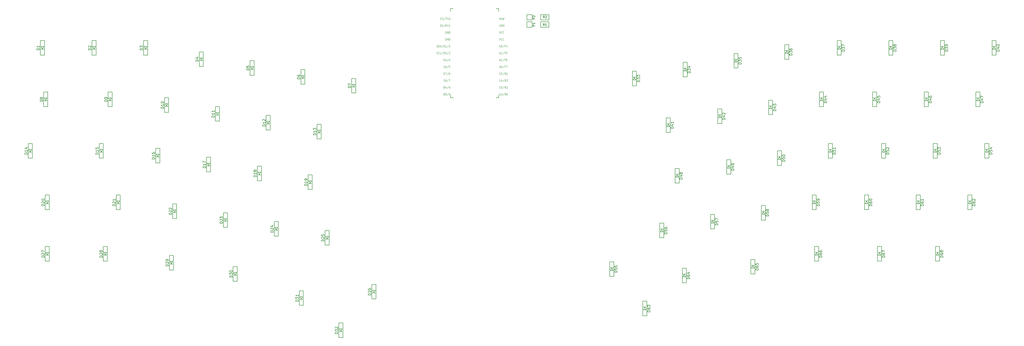
<source format=gto>
G04 #@! TF.GenerationSoftware,KiCad,Pcbnew,(5.1.5-0-10_14)*
G04 #@! TF.CreationDate,2020-06-18T23:30:57+09:00*
G04 #@! TF.ProjectId,angelina_integrated,616e6765-6c69-46e6-915f-696e74656772,rev?*
G04 #@! TF.SameCoordinates,Original*
G04 #@! TF.FileFunction,Legend,Top*
G04 #@! TF.FilePolarity,Positive*
%FSLAX46Y46*%
G04 Gerber Fmt 4.6, Leading zero omitted, Abs format (unit mm)*
G04 Created by KiCad (PCBNEW (5.1.5-0-10_14)) date 2020-06-18 23:30:57*
%MOMM*%
%LPD*%
G04 APERTURE LIST*
%ADD10C,0.150000*%
%ADD11C,0.125000*%
G04 APERTURE END LIST*
D10*
X217259200Y-71735096D02*
X217259200Y-72735096D01*
X199459200Y-71735096D02*
X199459200Y-72735096D01*
X217259200Y-71735096D02*
X216259200Y-71735096D01*
X199459200Y-71735096D02*
X200409200Y-71735096D01*
X217259200Y-103735096D02*
X217259200Y-104785096D01*
X199459200Y-103785096D02*
X199459200Y-104785096D01*
X217259200Y-104785096D02*
X216259200Y-104785096D01*
X199459200Y-104785096D02*
X200469200Y-104785096D01*
X227599808Y-76688216D02*
X227599808Y-78688216D01*
X229599808Y-76688216D02*
X227599808Y-76688216D01*
X229599808Y-78688216D02*
X229599808Y-76688216D01*
X227599808Y-78688216D02*
X229599808Y-78688216D01*
X296917720Y-153313936D02*
X295417720Y-153313936D01*
X296917720Y-147913936D02*
X296917720Y-153313936D01*
X295417720Y-147913936D02*
X296917720Y-147913936D01*
X295417720Y-153313936D02*
X295417720Y-147913936D01*
X296667720Y-151113936D02*
X296167720Y-150213936D01*
X295667720Y-151113936D02*
X296667720Y-151113936D01*
X296167720Y-150213936D02*
X295667720Y-151113936D01*
X295667720Y-150113936D02*
X296667720Y-150113936D01*
X278165392Y-156588152D02*
X276665392Y-156588152D01*
X278165392Y-151188152D02*
X278165392Y-156588152D01*
X276665392Y-151188152D02*
X278165392Y-151188152D01*
X276665392Y-156588152D02*
X276665392Y-151188152D01*
X277915392Y-154388152D02*
X277415392Y-153488152D01*
X276915392Y-154388152D02*
X277915392Y-154388152D01*
X277415392Y-153488152D02*
X276915392Y-154388152D01*
X276915392Y-153388152D02*
X277915392Y-153388152D01*
X143613160Y-176191256D02*
X145113160Y-176191256D01*
X143613160Y-181591256D02*
X143613160Y-176191256D01*
X145113160Y-181591256D02*
X143613160Y-181591256D01*
X145113160Y-176191256D02*
X145113160Y-181591256D01*
X143863160Y-178391256D02*
X144363160Y-179291256D01*
X144863160Y-178391256D02*
X143863160Y-178391256D01*
X144363160Y-179291256D02*
X144863160Y-178391256D01*
X144863160Y-179391256D02*
X143863160Y-179391256D01*
X115633496Y-147318624D02*
X117133496Y-147318624D01*
X115633496Y-152718624D02*
X115633496Y-147318624D01*
X117133496Y-152718624D02*
X115633496Y-152718624D01*
X117133496Y-147318624D02*
X117133496Y-152718624D01*
X115883496Y-149518624D02*
X116383496Y-150418624D01*
X116883496Y-149518624D02*
X115883496Y-149518624D01*
X116383496Y-150418624D02*
X116883496Y-149518624D01*
X116883496Y-150518624D02*
X115883496Y-150518624D01*
X48065584Y-83620240D02*
X49565584Y-83620240D01*
X48065584Y-89020240D02*
X48065584Y-83620240D01*
X49565584Y-89020240D02*
X48065584Y-89020240D01*
X49565584Y-83620240D02*
X49565584Y-89020240D01*
X48315584Y-85820240D02*
X48815584Y-86720240D01*
X49315584Y-85820240D02*
X48315584Y-85820240D01*
X48815584Y-86720240D02*
X49315584Y-85820240D01*
X49315584Y-86820240D02*
X48315584Y-86820240D01*
X235756412Y-74008552D02*
X232754132Y-74008552D01*
X235756412Y-76010072D02*
X235756412Y-74008552D01*
X232754132Y-76010072D02*
X235756412Y-76010072D01*
X232754132Y-74008552D02*
X232754132Y-76010072D01*
X232755272Y-76688216D02*
X232755272Y-78688216D01*
X235755272Y-76688216D02*
X232755272Y-76688216D01*
X235755272Y-78688216D02*
X235755272Y-76688216D01*
X232755272Y-78688216D02*
X235755272Y-78688216D01*
X227599808Y-74009312D02*
X227599808Y-76009312D01*
X229599808Y-74009312D02*
X227599808Y-74009312D01*
X229599808Y-76009312D02*
X229599808Y-74009312D01*
X227599808Y-76009312D02*
X229599808Y-76009312D01*
X90630392Y-123506144D02*
X92130392Y-123506144D01*
X90630392Y-128906144D02*
X90630392Y-123506144D01*
X92130392Y-128906144D02*
X90630392Y-128906144D01*
X92130392Y-123506144D02*
X92130392Y-128906144D01*
X90880392Y-125706144D02*
X91380392Y-126606144D01*
X91880392Y-125706144D02*
X90880392Y-125706144D01*
X91380392Y-126606144D02*
X91880392Y-125706144D01*
X91880392Y-126706144D02*
X90880392Y-126706144D01*
X128135048Y-130054576D02*
X129635048Y-130054576D01*
X128135048Y-135454576D02*
X128135048Y-130054576D01*
X129635048Y-135454576D02*
X128135048Y-135454576D01*
X129635048Y-130054576D02*
X129635048Y-135454576D01*
X128385048Y-132254576D02*
X128885048Y-133154576D01*
X129385048Y-132254576D02*
X128385048Y-132254576D01*
X128885048Y-133154576D02*
X129385048Y-132254576D01*
X129385048Y-133254576D02*
X128385048Y-133254576D01*
X109382720Y-126780360D02*
X110882720Y-126780360D01*
X109382720Y-132180360D02*
X109382720Y-126780360D01*
X110882720Y-132180360D02*
X109382720Y-132180360D01*
X110882720Y-126780360D02*
X110882720Y-132180360D01*
X109632720Y-128980360D02*
X110132720Y-129880360D01*
X110632720Y-128980360D02*
X109632720Y-128980360D01*
X110132720Y-129880360D02*
X110632720Y-128980360D01*
X110632720Y-129980360D02*
X109632720Y-129980360D01*
X69794472Y-121720208D02*
X71294472Y-121720208D01*
X69794472Y-127120208D02*
X69794472Y-121720208D01*
X71294472Y-127120208D02*
X69794472Y-127120208D01*
X71294472Y-121720208D02*
X71294472Y-127120208D01*
X70044472Y-123920208D02*
X70544472Y-124820208D01*
X71044472Y-123920208D02*
X70044472Y-123920208D01*
X70544472Y-124820208D02*
X71044472Y-123920208D01*
X71044472Y-124920208D02*
X70044472Y-124920208D01*
X43600744Y-121720208D02*
X45100744Y-121720208D01*
X43600744Y-127120208D02*
X43600744Y-121720208D01*
X45100744Y-127120208D02*
X43600744Y-127120208D01*
X45100744Y-121720208D02*
X45100744Y-127120208D01*
X43850744Y-123920208D02*
X44350744Y-124820208D01*
X44850744Y-123920208D02*
X43850744Y-123920208D01*
X44350744Y-124820208D02*
X44850744Y-123920208D01*
X44850744Y-124920208D02*
X43850744Y-124920208D01*
X146887376Y-133328792D02*
X148387376Y-133328792D01*
X146887376Y-138728792D02*
X146887376Y-133328792D01*
X148387376Y-138728792D02*
X146887376Y-138728792D01*
X148387376Y-133328792D02*
X148387376Y-138728792D01*
X147137376Y-135528792D02*
X147637376Y-136428792D01*
X148137376Y-135528792D02*
X147137376Y-135528792D01*
X147637376Y-136428792D02*
X148137376Y-135528792D01*
X148137376Y-136528792D02*
X147137376Y-136528792D01*
X106703816Y-87787424D02*
X108203816Y-87787424D01*
X106703816Y-93187424D02*
X106703816Y-87787424D01*
X108203816Y-93187424D02*
X106703816Y-93187424D01*
X108203816Y-87787424D02*
X108203816Y-93187424D01*
X106953816Y-89987424D02*
X107453816Y-90887424D01*
X107953816Y-89987424D02*
X106953816Y-89987424D01*
X107453816Y-90887424D02*
X107953816Y-89987424D01*
X107953816Y-90987424D02*
X106953816Y-90987424D01*
X379963744Y-165220176D02*
X378463744Y-165220176D01*
X379963744Y-159820176D02*
X379963744Y-165220176D01*
X378463744Y-159820176D02*
X379963744Y-159820176D01*
X378463744Y-165220176D02*
X378463744Y-159820176D01*
X379713744Y-163020176D02*
X379213744Y-162120176D01*
X378713744Y-163020176D02*
X379713744Y-163020176D01*
X379213744Y-162120176D02*
X378713744Y-163020176D01*
X378713744Y-162020176D02*
X379713744Y-162020176D01*
X358532512Y-165220176D02*
X357032512Y-165220176D01*
X358532512Y-159820176D02*
X358532512Y-165220176D01*
X357032512Y-159820176D02*
X358532512Y-159820176D01*
X357032512Y-165220176D02*
X357032512Y-159820176D01*
X358282512Y-163020176D02*
X357782512Y-162120176D01*
X357282512Y-163020176D02*
X358282512Y-163020176D01*
X357782512Y-162120176D02*
X357282512Y-163020176D01*
X357282512Y-162020176D02*
X358282512Y-162020176D01*
X335315344Y-165220176D02*
X333815344Y-165220176D01*
X335315344Y-159820176D02*
X335315344Y-165220176D01*
X333815344Y-159820176D02*
X335315344Y-159820176D01*
X333815344Y-165220176D02*
X333815344Y-159820176D01*
X335065344Y-163020176D02*
X334565344Y-162120176D01*
X334065344Y-163020176D02*
X335065344Y-163020176D01*
X334565344Y-162120176D02*
X334065344Y-163020176D01*
X334065344Y-162020176D02*
X335065344Y-162020176D01*
X311800520Y-169982672D02*
X310300520Y-169982672D01*
X311800520Y-164582672D02*
X311800520Y-169982672D01*
X310300520Y-164582672D02*
X311800520Y-164582672D01*
X310300520Y-169982672D02*
X310300520Y-164582672D01*
X311550520Y-167782672D02*
X311050520Y-166882672D01*
X310550520Y-167782672D02*
X311550520Y-167782672D01*
X311050520Y-166882672D02*
X310550520Y-167782672D01*
X310550520Y-166782672D02*
X311550520Y-166782672D01*
X286499760Y-173256888D02*
X284999760Y-173256888D01*
X286499760Y-167856888D02*
X286499760Y-173256888D01*
X284999760Y-167856888D02*
X286499760Y-167856888D01*
X284999760Y-173256888D02*
X284999760Y-167856888D01*
X286249760Y-171056888D02*
X285749760Y-170156888D01*
X285249760Y-171056888D02*
X286249760Y-171056888D01*
X285749760Y-170156888D02*
X285249760Y-171056888D01*
X285249760Y-170056888D02*
X286249760Y-170056888D01*
X271914616Y-185460784D02*
X270414616Y-185460784D01*
X271914616Y-180060784D02*
X271914616Y-185460784D01*
X270414616Y-180060784D02*
X271914616Y-180060784D01*
X270414616Y-185460784D02*
X270414616Y-180060784D01*
X271664616Y-183260784D02*
X271164616Y-182360784D01*
X270664616Y-183260784D02*
X271664616Y-183260784D01*
X271164616Y-182360784D02*
X270664616Y-183260784D01*
X270664616Y-182260784D02*
X271664616Y-182260784D01*
X391869984Y-146170192D02*
X390369984Y-146170192D01*
X391869984Y-140770192D02*
X391869984Y-146170192D01*
X390369984Y-140770192D02*
X391869984Y-140770192D01*
X390369984Y-146170192D02*
X390369984Y-140770192D01*
X391619984Y-143970192D02*
X391119984Y-143070192D01*
X390619984Y-143970192D02*
X391619984Y-143970192D01*
X391119984Y-143070192D02*
X390619984Y-143970192D01*
X390619984Y-142970192D02*
X391619984Y-142970192D01*
X372820000Y-146170192D02*
X371320000Y-146170192D01*
X372820000Y-140770192D02*
X372820000Y-146170192D01*
X371320000Y-140770192D02*
X372820000Y-140770192D01*
X371320000Y-146170192D02*
X371320000Y-140770192D01*
X372570000Y-143970192D02*
X372070000Y-143070192D01*
X371570000Y-143970192D02*
X372570000Y-143970192D01*
X372070000Y-143070192D02*
X371570000Y-143970192D01*
X371570000Y-142970192D02*
X372570000Y-142970192D01*
X353770016Y-146170192D02*
X352270016Y-146170192D01*
X353770016Y-140770192D02*
X353770016Y-146170192D01*
X352270016Y-140770192D02*
X353770016Y-140770192D01*
X352270016Y-146170192D02*
X352270016Y-140770192D01*
X353520016Y-143970192D02*
X353020016Y-143070192D01*
X352520016Y-143970192D02*
X353520016Y-143970192D01*
X353020016Y-143070192D02*
X352520016Y-143970192D01*
X352520016Y-142970192D02*
X353520016Y-142970192D01*
X334422376Y-146170192D02*
X332922376Y-146170192D01*
X334422376Y-140770192D02*
X334422376Y-146170192D01*
X332922376Y-140770192D02*
X334422376Y-140770192D01*
X332922376Y-146170192D02*
X332922376Y-140770192D01*
X334172376Y-143970192D02*
X333672376Y-143070192D01*
X333172376Y-143970192D02*
X334172376Y-143970192D01*
X333672376Y-143070192D02*
X333172376Y-143970192D01*
X333172376Y-142970192D02*
X334172376Y-142970192D01*
X315670048Y-150039720D02*
X314170048Y-150039720D01*
X315670048Y-144639720D02*
X315670048Y-150039720D01*
X314170048Y-144639720D02*
X315670048Y-144639720D01*
X314170048Y-150039720D02*
X314170048Y-144639720D01*
X315420048Y-147839720D02*
X314920048Y-146939720D01*
X314420048Y-147839720D02*
X315420048Y-147839720D01*
X314920048Y-146939720D02*
X314420048Y-147839720D01*
X314420048Y-146839720D02*
X315420048Y-146839720D01*
X259710720Y-170875640D02*
X258210720Y-170875640D01*
X259710720Y-165475640D02*
X259710720Y-170875640D01*
X258210720Y-165475640D02*
X259710720Y-165475640D01*
X258210720Y-170875640D02*
X258210720Y-165475640D01*
X259460720Y-168675640D02*
X258960720Y-167775640D01*
X258460720Y-168675640D02*
X259460720Y-168675640D01*
X258960720Y-167775640D02*
X258460720Y-168675640D01*
X258460720Y-167675640D02*
X259460720Y-167675640D01*
X398120760Y-127120208D02*
X396620760Y-127120208D01*
X398120760Y-121720208D02*
X398120760Y-127120208D01*
X396620760Y-121720208D02*
X398120760Y-121720208D01*
X396620760Y-127120208D02*
X396620760Y-121720208D01*
X397870760Y-124920208D02*
X397370760Y-124020208D01*
X396870760Y-124920208D02*
X397870760Y-124920208D01*
X397370760Y-124020208D02*
X396870760Y-124920208D01*
X396870760Y-123920208D02*
X397870760Y-123920208D01*
X379070776Y-127120208D02*
X377570776Y-127120208D01*
X379070776Y-121720208D02*
X379070776Y-127120208D01*
X377570776Y-121720208D02*
X379070776Y-121720208D01*
X377570776Y-127120208D02*
X377570776Y-121720208D01*
X378820776Y-124920208D02*
X378320776Y-124020208D01*
X377820776Y-124920208D02*
X378820776Y-124920208D01*
X378320776Y-124020208D02*
X377820776Y-124920208D01*
X377820776Y-123920208D02*
X378820776Y-123920208D01*
X360020792Y-127120208D02*
X358520792Y-127120208D01*
X360020792Y-121720208D02*
X360020792Y-127120208D01*
X358520792Y-121720208D02*
X360020792Y-121720208D01*
X358520792Y-127120208D02*
X358520792Y-121720208D01*
X359770792Y-124920208D02*
X359270792Y-124020208D01*
X358770792Y-124920208D02*
X359770792Y-124920208D01*
X359270792Y-124020208D02*
X358770792Y-124920208D01*
X358770792Y-123920208D02*
X359770792Y-123920208D01*
X340375496Y-127120208D02*
X338875496Y-127120208D01*
X340375496Y-121720208D02*
X340375496Y-127120208D01*
X338875496Y-121720208D02*
X340375496Y-121720208D01*
X338875496Y-127120208D02*
X338875496Y-121720208D01*
X340125496Y-124920208D02*
X339625496Y-124020208D01*
X339125496Y-124920208D02*
X340125496Y-124920208D01*
X339625496Y-124020208D02*
X339125496Y-124920208D01*
X339125496Y-123920208D02*
X340125496Y-123920208D01*
X321623168Y-129799112D02*
X320123168Y-129799112D01*
X321623168Y-124399112D02*
X321623168Y-129799112D01*
X320123168Y-124399112D02*
X321623168Y-124399112D01*
X320123168Y-129799112D02*
X320123168Y-124399112D01*
X321373168Y-127599112D02*
X320873168Y-126699112D01*
X320373168Y-127599112D02*
X321373168Y-127599112D01*
X320873168Y-126699112D02*
X320373168Y-127599112D01*
X320373168Y-126599112D02*
X321373168Y-126599112D01*
X302870840Y-133073328D02*
X301370840Y-133073328D01*
X302870840Y-127673328D02*
X302870840Y-133073328D01*
X301370840Y-127673328D02*
X302870840Y-127673328D01*
X301370840Y-133073328D02*
X301370840Y-127673328D01*
X302620840Y-130873328D02*
X302120840Y-129973328D01*
X301620840Y-130873328D02*
X302620840Y-130873328D01*
X302120840Y-129973328D02*
X301620840Y-130873328D01*
X301620840Y-129873328D02*
X302620840Y-129873328D01*
X283820856Y-136347544D02*
X282320856Y-136347544D01*
X283820856Y-130947544D02*
X283820856Y-136347544D01*
X282320856Y-130947544D02*
X283820856Y-130947544D01*
X282320856Y-136347544D02*
X282320856Y-130947544D01*
X283570856Y-134147544D02*
X283070856Y-133247544D01*
X282570856Y-134147544D02*
X283570856Y-134147544D01*
X283070856Y-133247544D02*
X282570856Y-134147544D01*
X282570856Y-133147544D02*
X283570856Y-133147544D01*
X394846544Y-108070224D02*
X393346544Y-108070224D01*
X394846544Y-102670224D02*
X394846544Y-108070224D01*
X393346544Y-102670224D02*
X394846544Y-102670224D01*
X393346544Y-108070224D02*
X393346544Y-102670224D01*
X394596544Y-105870224D02*
X394096544Y-104970224D01*
X393596544Y-105870224D02*
X394596544Y-105870224D01*
X394096544Y-104970224D02*
X393596544Y-105870224D01*
X393596544Y-104870224D02*
X394596544Y-104870224D01*
X375796560Y-108070224D02*
X374296560Y-108070224D01*
X375796560Y-102670224D02*
X375796560Y-108070224D01*
X374296560Y-102670224D02*
X375796560Y-102670224D01*
X374296560Y-108070224D02*
X374296560Y-102670224D01*
X375546560Y-105870224D02*
X375046560Y-104970224D01*
X374546560Y-105870224D02*
X375546560Y-105870224D01*
X375046560Y-104970224D02*
X374546560Y-105870224D01*
X374546560Y-104870224D02*
X375546560Y-104870224D01*
X356746576Y-108070224D02*
X355246576Y-108070224D01*
X356746576Y-102670224D02*
X356746576Y-108070224D01*
X355246576Y-102670224D02*
X356746576Y-102670224D01*
X355246576Y-108070224D02*
X355246576Y-102670224D01*
X356496576Y-105870224D02*
X355996576Y-104970224D01*
X355496576Y-105870224D02*
X356496576Y-105870224D01*
X355996576Y-104970224D02*
X355496576Y-105870224D01*
X355496576Y-104870224D02*
X356496576Y-104870224D01*
X337101280Y-108070224D02*
X335601280Y-108070224D01*
X337101280Y-102670224D02*
X337101280Y-108070224D01*
X335601280Y-102670224D02*
X337101280Y-102670224D01*
X335601280Y-108070224D02*
X335601280Y-102670224D01*
X336851280Y-105870224D02*
X336351280Y-104970224D01*
X335851280Y-105870224D02*
X336851280Y-105870224D01*
X336351280Y-104970224D02*
X335851280Y-105870224D01*
X335851280Y-104870224D02*
X336851280Y-104870224D01*
X318348952Y-111046784D02*
X316848952Y-111046784D01*
X318348952Y-105646784D02*
X318348952Y-111046784D01*
X316848952Y-105646784D02*
X318348952Y-105646784D01*
X316848952Y-111046784D02*
X316848952Y-105646784D01*
X318098952Y-108846784D02*
X317598952Y-107946784D01*
X317098952Y-108846784D02*
X318098952Y-108846784D01*
X317598952Y-107946784D02*
X317098952Y-108846784D01*
X317098952Y-107846784D02*
X318098952Y-107846784D01*
X299596624Y-114321000D02*
X298096624Y-114321000D01*
X299596624Y-108921000D02*
X299596624Y-114321000D01*
X298096624Y-108921000D02*
X299596624Y-108921000D01*
X298096624Y-114321000D02*
X298096624Y-108921000D01*
X299346624Y-112121000D02*
X298846624Y-111221000D01*
X298346624Y-112121000D02*
X299346624Y-112121000D01*
X298846624Y-111221000D02*
X298346624Y-112121000D01*
X298346624Y-111121000D02*
X299346624Y-111121000D01*
X280546640Y-117595216D02*
X279046640Y-117595216D01*
X280546640Y-112195216D02*
X280546640Y-117595216D01*
X279046640Y-112195216D02*
X280546640Y-112195216D01*
X279046640Y-117595216D02*
X279046640Y-112195216D01*
X280296640Y-115395216D02*
X279796640Y-114495216D01*
X279296640Y-115395216D02*
X280296640Y-115395216D01*
X279796640Y-114495216D02*
X279296640Y-115395216D01*
X279296640Y-114395216D02*
X280296640Y-114395216D01*
X400799664Y-89020240D02*
X399299664Y-89020240D01*
X400799664Y-83620240D02*
X400799664Y-89020240D01*
X399299664Y-83620240D02*
X400799664Y-83620240D01*
X399299664Y-89020240D02*
X399299664Y-83620240D01*
X400549664Y-86820240D02*
X400049664Y-85920240D01*
X399549664Y-86820240D02*
X400549664Y-86820240D01*
X400049664Y-85920240D02*
X399549664Y-86820240D01*
X399549664Y-85820240D02*
X400549664Y-85820240D01*
X381749680Y-89020240D02*
X380249680Y-89020240D01*
X381749680Y-83620240D02*
X381749680Y-89020240D01*
X380249680Y-83620240D02*
X381749680Y-83620240D01*
X380249680Y-89020240D02*
X380249680Y-83620240D01*
X381499680Y-86820240D02*
X380999680Y-85920240D01*
X380499680Y-86820240D02*
X381499680Y-86820240D01*
X380999680Y-85920240D02*
X380499680Y-86820240D01*
X380499680Y-85820240D02*
X381499680Y-85820240D01*
X362699696Y-89020240D02*
X361199696Y-89020240D01*
X362699696Y-83620240D02*
X362699696Y-89020240D01*
X361199696Y-83620240D02*
X362699696Y-83620240D01*
X361199696Y-89020240D02*
X361199696Y-83620240D01*
X362449696Y-86820240D02*
X361949696Y-85920240D01*
X361449696Y-86820240D02*
X362449696Y-86820240D01*
X361949696Y-85920240D02*
X361449696Y-86820240D01*
X361449696Y-85820240D02*
X362449696Y-85820240D01*
X343649712Y-89020240D02*
X342149712Y-89020240D01*
X343649712Y-83620240D02*
X343649712Y-89020240D01*
X342149712Y-83620240D02*
X343649712Y-83620240D01*
X342149712Y-89020240D02*
X342149712Y-83620240D01*
X343399712Y-86820240D02*
X342899712Y-85920240D01*
X342399712Y-86820240D02*
X343399712Y-86820240D01*
X342899712Y-85920240D02*
X342399712Y-86820240D01*
X342399712Y-85820240D02*
X343399712Y-85820240D01*
X324302072Y-90508520D02*
X322802072Y-90508520D01*
X324302072Y-85108520D02*
X324302072Y-90508520D01*
X322802072Y-85108520D02*
X324302072Y-85108520D01*
X322802072Y-90508520D02*
X322802072Y-85108520D01*
X324052072Y-88308520D02*
X323552072Y-87408520D01*
X323052072Y-88308520D02*
X324052072Y-88308520D01*
X323552072Y-87408520D02*
X323052072Y-88308520D01*
X323052072Y-87308520D02*
X324052072Y-87308520D01*
X305549744Y-93782736D02*
X304049744Y-93782736D01*
X305549744Y-88382736D02*
X305549744Y-93782736D01*
X304049744Y-88382736D02*
X305549744Y-88382736D01*
X304049744Y-93782736D02*
X304049744Y-88382736D01*
X305299744Y-91582736D02*
X304799744Y-90682736D01*
X304299744Y-91582736D02*
X305299744Y-91582736D01*
X304799744Y-90682736D02*
X304299744Y-91582736D01*
X304299744Y-90582736D02*
X305299744Y-90582736D01*
X286797416Y-97056952D02*
X285297416Y-97056952D01*
X286797416Y-91656952D02*
X286797416Y-97056952D01*
X285297416Y-91656952D02*
X286797416Y-91656952D01*
X285297416Y-97056952D02*
X285297416Y-91656952D01*
X286547416Y-94856952D02*
X286047416Y-93956952D01*
X285547416Y-94856952D02*
X286547416Y-94856952D01*
X286047416Y-93956952D02*
X285547416Y-94856952D01*
X285547416Y-93856952D02*
X286547416Y-93856952D01*
X268045088Y-100331168D02*
X266545088Y-100331168D01*
X268045088Y-94931168D02*
X268045088Y-100331168D01*
X266545088Y-94931168D02*
X268045088Y-94931168D01*
X266545088Y-100331168D02*
X266545088Y-94931168D01*
X267795088Y-98131168D02*
X267295088Y-97231168D01*
X266795088Y-98131168D02*
X267795088Y-98131168D01*
X267295088Y-97231168D02*
X266795088Y-98131168D01*
X266795088Y-97131168D02*
X267795088Y-97131168D01*
X158198304Y-188097496D02*
X159698304Y-188097496D01*
X158198304Y-193497496D02*
X158198304Y-188097496D01*
X159698304Y-193497496D02*
X158198304Y-193497496D01*
X159698304Y-188097496D02*
X159698304Y-193497496D01*
X158448304Y-190297496D02*
X158948304Y-191197496D01*
X159448304Y-190297496D02*
X158448304Y-190297496D01*
X158948304Y-191197496D02*
X159448304Y-190297496D01*
X159448304Y-191297496D02*
X158448304Y-191297496D01*
X119205368Y-167261576D02*
X120705368Y-167261576D01*
X119205368Y-172661576D02*
X119205368Y-167261576D01*
X120705368Y-172661576D02*
X119205368Y-172661576D01*
X120705368Y-167261576D02*
X120705368Y-172661576D01*
X119455368Y-169461576D02*
X119955368Y-170361576D01*
X120455368Y-169461576D02*
X119455368Y-169461576D01*
X119955368Y-170361576D02*
X120455368Y-169461576D01*
X120455368Y-170461576D02*
X119455368Y-170461576D01*
X95690544Y-163094392D02*
X97190544Y-163094392D01*
X95690544Y-168494392D02*
X95690544Y-163094392D01*
X97190544Y-168494392D02*
X95690544Y-168494392D01*
X97190544Y-163094392D02*
X97190544Y-168494392D01*
X95940544Y-165294392D02*
X96440544Y-166194392D01*
X96940544Y-165294392D02*
X95940544Y-165294392D01*
X96440544Y-166194392D02*
X96940544Y-165294392D01*
X96940544Y-166294392D02*
X95940544Y-166294392D01*
X71282752Y-159820176D02*
X72782752Y-159820176D01*
X71282752Y-165220176D02*
X71282752Y-159820176D01*
X72782752Y-165220176D02*
X71282752Y-165220176D01*
X72782752Y-159820176D02*
X72782752Y-165220176D01*
X71532752Y-162020176D02*
X72032752Y-162920176D01*
X72532752Y-162020176D02*
X71532752Y-162020176D01*
X72032752Y-162920176D02*
X72532752Y-162020176D01*
X72532752Y-163020176D02*
X71532752Y-163020176D01*
X49851520Y-159820176D02*
X51351520Y-159820176D01*
X49851520Y-165220176D02*
X49851520Y-159820176D01*
X51351520Y-165220176D02*
X49851520Y-165220176D01*
X51351520Y-159820176D02*
X51351520Y-165220176D01*
X50101520Y-162020176D02*
X50601520Y-162920176D01*
X51101520Y-162020176D02*
X50101520Y-162020176D01*
X50601520Y-162920176D02*
X51101520Y-162020176D01*
X51101520Y-163020176D02*
X50101520Y-163020176D01*
X170402200Y-173810008D02*
X171902200Y-173810008D01*
X170402200Y-179210008D02*
X170402200Y-173810008D01*
X171902200Y-179210008D02*
X170402200Y-179210008D01*
X171902200Y-173810008D02*
X171902200Y-179210008D01*
X170652200Y-176010008D02*
X171152200Y-176910008D01*
X171652200Y-176010008D02*
X170652200Y-176010008D01*
X171152200Y-176910008D02*
X171652200Y-176010008D01*
X171652200Y-177010008D02*
X170652200Y-177010008D01*
X153138152Y-153867056D02*
X154638152Y-153867056D01*
X153138152Y-159267056D02*
X153138152Y-153867056D01*
X154638152Y-159267056D02*
X153138152Y-159267056D01*
X154638152Y-153867056D02*
X154638152Y-159267056D01*
X153388152Y-156067056D02*
X153888152Y-156967056D01*
X154388152Y-156067056D02*
X153388152Y-156067056D01*
X153888152Y-156967056D02*
X154388152Y-156067056D01*
X154388152Y-157067056D02*
X153388152Y-157067056D01*
X134385824Y-150592840D02*
X135885824Y-150592840D01*
X134385824Y-155992840D02*
X134385824Y-150592840D01*
X135885824Y-155992840D02*
X134385824Y-155992840D01*
X135885824Y-150592840D02*
X135885824Y-155992840D01*
X134635824Y-152792840D02*
X135135824Y-153692840D01*
X135635824Y-152792840D02*
X134635824Y-152792840D01*
X135135824Y-153692840D02*
X135635824Y-152792840D01*
X135635824Y-153792840D02*
X134635824Y-153792840D01*
X96881168Y-144044408D02*
X98381168Y-144044408D01*
X96881168Y-149444408D02*
X96881168Y-144044408D01*
X98381168Y-149444408D02*
X96881168Y-149444408D01*
X98381168Y-144044408D02*
X98381168Y-149444408D01*
X97131168Y-146244408D02*
X97631168Y-147144408D01*
X98131168Y-146244408D02*
X97131168Y-146244408D01*
X97631168Y-147144408D02*
X98131168Y-146244408D01*
X98131168Y-147244408D02*
X97131168Y-147244408D01*
X76045248Y-140770192D02*
X77545248Y-140770192D01*
X76045248Y-146170192D02*
X76045248Y-140770192D01*
X77545248Y-146170192D02*
X76045248Y-146170192D01*
X77545248Y-140770192D02*
X77545248Y-146170192D01*
X76295248Y-142970192D02*
X76795248Y-143870192D01*
X77295248Y-142970192D02*
X76295248Y-142970192D01*
X76795248Y-143870192D02*
X77295248Y-142970192D01*
X77295248Y-143970192D02*
X76295248Y-143970192D01*
X49851520Y-140770192D02*
X51351520Y-140770192D01*
X49851520Y-146170192D02*
X49851520Y-140770192D01*
X51351520Y-146170192D02*
X49851520Y-146170192D01*
X51351520Y-140770192D02*
X51351520Y-146170192D01*
X50101520Y-142970192D02*
X50601520Y-143870192D01*
X51101520Y-142970192D02*
X50101520Y-142970192D01*
X50601520Y-143870192D02*
X51101520Y-142970192D01*
X51101520Y-143970192D02*
X50101520Y-143970192D01*
X150161592Y-114576464D02*
X151661592Y-114576464D01*
X150161592Y-119976464D02*
X150161592Y-114576464D01*
X151661592Y-119976464D02*
X150161592Y-119976464D01*
X151661592Y-114576464D02*
X151661592Y-119976464D01*
X150411592Y-116776464D02*
X150911592Y-117676464D01*
X151411592Y-116776464D02*
X150411592Y-116776464D01*
X150911592Y-117676464D02*
X151411592Y-116776464D01*
X151411592Y-117776464D02*
X150411592Y-117776464D01*
X131409264Y-111302248D02*
X132909264Y-111302248D01*
X131409264Y-116702248D02*
X131409264Y-111302248D01*
X132909264Y-116702248D02*
X131409264Y-116702248D01*
X132909264Y-111302248D02*
X132909264Y-116702248D01*
X131659264Y-113502248D02*
X132159264Y-114402248D01*
X132659264Y-113502248D02*
X131659264Y-113502248D01*
X132159264Y-114402248D02*
X132659264Y-113502248D01*
X132659264Y-114502248D02*
X131659264Y-114502248D01*
X112656936Y-108028032D02*
X114156936Y-108028032D01*
X112656936Y-113428032D02*
X112656936Y-108028032D01*
X114156936Y-113428032D02*
X112656936Y-113428032D01*
X114156936Y-108028032D02*
X114156936Y-113428032D01*
X112906936Y-110228032D02*
X113406936Y-111128032D01*
X113906936Y-110228032D02*
X112906936Y-110228032D01*
X113406936Y-111128032D02*
X113906936Y-110228032D01*
X113906936Y-111228032D02*
X112906936Y-111228032D01*
X93904608Y-104753816D02*
X95404608Y-104753816D01*
X93904608Y-110153816D02*
X93904608Y-104753816D01*
X95404608Y-110153816D02*
X93904608Y-110153816D01*
X95404608Y-104753816D02*
X95404608Y-110153816D01*
X94154608Y-106953816D02*
X94654608Y-107853816D01*
X95154608Y-106953816D02*
X94154608Y-106953816D01*
X94654608Y-107853816D02*
X95154608Y-106953816D01*
X95154608Y-107953816D02*
X94154608Y-107953816D01*
X73068688Y-102670224D02*
X74568688Y-102670224D01*
X73068688Y-108070224D02*
X73068688Y-102670224D01*
X74568688Y-108070224D02*
X73068688Y-108070224D01*
X74568688Y-102670224D02*
X74568688Y-108070224D01*
X73318688Y-104870224D02*
X73818688Y-105770224D01*
X74318688Y-104870224D02*
X73318688Y-104870224D01*
X73818688Y-105770224D02*
X74318688Y-104870224D01*
X74318688Y-105870224D02*
X73318688Y-105870224D01*
X49256208Y-102670224D02*
X50756208Y-102670224D01*
X49256208Y-108070224D02*
X49256208Y-102670224D01*
X50756208Y-108070224D02*
X49256208Y-108070224D01*
X50756208Y-102670224D02*
X50756208Y-108070224D01*
X49506208Y-104870224D02*
X50006208Y-105770224D01*
X50506208Y-104870224D02*
X49506208Y-104870224D01*
X50006208Y-105770224D02*
X50506208Y-104870224D01*
X50506208Y-105870224D02*
X49506208Y-105870224D01*
X162960800Y-97610072D02*
X164460800Y-97610072D01*
X162960800Y-103010072D02*
X162960800Y-97610072D01*
X164460800Y-103010072D02*
X162960800Y-103010072D01*
X164460800Y-97610072D02*
X164460800Y-103010072D01*
X163210800Y-99810072D02*
X163710800Y-100710072D01*
X164210800Y-99810072D02*
X163210800Y-99810072D01*
X163710800Y-100710072D02*
X164210800Y-99810072D01*
X164210800Y-100810072D02*
X163210800Y-100810072D01*
X144208472Y-94335856D02*
X145708472Y-94335856D01*
X144208472Y-99735856D02*
X144208472Y-94335856D01*
X145708472Y-99735856D02*
X144208472Y-99735856D01*
X145708472Y-94335856D02*
X145708472Y-99735856D01*
X144458472Y-96535856D02*
X144958472Y-97435856D01*
X145458472Y-96535856D02*
X144458472Y-96535856D01*
X144958472Y-97435856D02*
X145458472Y-96535856D01*
X145458472Y-97535856D02*
X144458472Y-97535856D01*
X125456144Y-91061640D02*
X126956144Y-91061640D01*
X125456144Y-96461640D02*
X125456144Y-91061640D01*
X126956144Y-96461640D02*
X125456144Y-96461640D01*
X126956144Y-91061640D02*
X126956144Y-96461640D01*
X125706144Y-93261640D02*
X126206144Y-94161640D01*
X126706144Y-93261640D02*
X125706144Y-93261640D01*
X126206144Y-94161640D02*
X126706144Y-93261640D01*
X126706144Y-94261640D02*
X125706144Y-94261640D01*
X86165552Y-83620240D02*
X87665552Y-83620240D01*
X86165552Y-89020240D02*
X86165552Y-83620240D01*
X87665552Y-89020240D02*
X86165552Y-89020240D01*
X87665552Y-83620240D02*
X87665552Y-89020240D01*
X86415552Y-85820240D02*
X86915552Y-86720240D01*
X87415552Y-85820240D02*
X86415552Y-85820240D01*
X86915552Y-86720240D02*
X87415552Y-85820240D01*
X87415552Y-86820240D02*
X86415552Y-86820240D01*
X67115568Y-83620240D02*
X68615568Y-83620240D01*
X67115568Y-89020240D02*
X67115568Y-83620240D01*
X68615568Y-89020240D02*
X67115568Y-89020240D01*
X68615568Y-83620240D02*
X68615568Y-89020240D01*
X67365568Y-85820240D02*
X67865568Y-86720240D01*
X68365568Y-85820240D02*
X67365568Y-85820240D01*
X67865568Y-86720240D02*
X68365568Y-85820240D01*
X68365568Y-86820240D02*
X67365568Y-86820240D01*
D11*
X197122711Y-100891524D02*
X197218426Y-100927238D01*
X197250330Y-100962953D01*
X197282235Y-101034381D01*
X197282235Y-101141524D01*
X197250330Y-101212953D01*
X197218426Y-101248667D01*
X197154616Y-101284381D01*
X196899378Y-101284381D01*
X196899378Y-100534381D01*
X197122711Y-100534381D01*
X197186521Y-100570096D01*
X197218426Y-100605810D01*
X197250330Y-100677238D01*
X197250330Y-100748667D01*
X197218426Y-100820096D01*
X197186521Y-100855810D01*
X197122711Y-100891524D01*
X196899378Y-100891524D01*
X197856521Y-100784381D02*
X197856521Y-101284381D01*
X197696997Y-100498667D02*
X197537473Y-101034381D01*
X197952235Y-101034381D01*
X198686045Y-100498667D02*
X198111759Y-101462953D01*
X199005092Y-100855810D02*
X198941283Y-100820096D01*
X198909378Y-100784381D01*
X198877473Y-100712953D01*
X198877473Y-100677238D01*
X198909378Y-100605810D01*
X198941283Y-100570096D01*
X199005092Y-100534381D01*
X199132711Y-100534381D01*
X199196521Y-100570096D01*
X199228426Y-100605810D01*
X199260330Y-100677238D01*
X199260330Y-100712953D01*
X199228426Y-100784381D01*
X199196521Y-100820096D01*
X199132711Y-100855810D01*
X199005092Y-100855810D01*
X198941283Y-100891524D01*
X198909378Y-100927238D01*
X198877473Y-100998667D01*
X198877473Y-101141524D01*
X198909378Y-101212953D01*
X198941283Y-101248667D01*
X199005092Y-101284381D01*
X199132711Y-101284381D01*
X199196521Y-101248667D01*
X199228426Y-101212953D01*
X199260330Y-101141524D01*
X199260330Y-100998667D01*
X199228426Y-100927238D01*
X199196521Y-100891524D01*
X199132711Y-100855810D01*
X195591283Y-78424381D02*
X195591283Y-77674381D01*
X195750807Y-77674381D01*
X195846521Y-77710096D01*
X195910330Y-77781524D01*
X195942235Y-77852953D01*
X195974140Y-77995810D01*
X195974140Y-78102953D01*
X195942235Y-78245810D01*
X195910330Y-78317238D01*
X195846521Y-78388667D01*
X195750807Y-78424381D01*
X195591283Y-78424381D01*
X196229378Y-77745810D02*
X196261283Y-77710096D01*
X196325092Y-77674381D01*
X196484616Y-77674381D01*
X196548426Y-77710096D01*
X196580330Y-77745810D01*
X196612235Y-77817238D01*
X196612235Y-77888667D01*
X196580330Y-77995810D01*
X196197473Y-78424381D01*
X196612235Y-78424381D01*
X197377950Y-77638667D02*
X196803664Y-78602953D01*
X197984140Y-78424381D02*
X197760807Y-78067238D01*
X197601283Y-78424381D02*
X197601283Y-77674381D01*
X197856521Y-77674381D01*
X197920330Y-77710096D01*
X197952235Y-77745810D01*
X197984140Y-77817238D01*
X197984140Y-77924381D01*
X197952235Y-77995810D01*
X197920330Y-78031524D01*
X197856521Y-78067238D01*
X197601283Y-78067238D01*
X198207473Y-77674381D02*
X198654140Y-78424381D01*
X198654140Y-77674381D02*
X198207473Y-78424381D01*
X199260330Y-78424381D02*
X198877473Y-78424381D01*
X199068902Y-78424381D02*
X199068902Y-77674381D01*
X199005092Y-77781524D01*
X198941283Y-77852953D01*
X198877473Y-77888667D01*
X197122711Y-103431524D02*
X197218426Y-103467238D01*
X197250330Y-103502953D01*
X197282235Y-103574381D01*
X197282235Y-103681524D01*
X197250330Y-103752953D01*
X197218426Y-103788667D01*
X197154616Y-103824381D01*
X196899378Y-103824381D01*
X196899378Y-103074381D01*
X197122711Y-103074381D01*
X197186521Y-103110096D01*
X197218426Y-103145810D01*
X197250330Y-103217238D01*
X197250330Y-103288667D01*
X197218426Y-103360096D01*
X197186521Y-103395810D01*
X197122711Y-103431524D01*
X196899378Y-103431524D01*
X197888426Y-103074381D02*
X197569378Y-103074381D01*
X197537473Y-103431524D01*
X197569378Y-103395810D01*
X197633188Y-103360096D01*
X197792711Y-103360096D01*
X197856521Y-103395810D01*
X197888426Y-103431524D01*
X197920330Y-103502953D01*
X197920330Y-103681524D01*
X197888426Y-103752953D01*
X197856521Y-103788667D01*
X197792711Y-103824381D01*
X197633188Y-103824381D01*
X197569378Y-103788667D01*
X197537473Y-103752953D01*
X198686045Y-103038667D02*
X198111759Y-104002953D01*
X198941283Y-103824381D02*
X199068902Y-103824381D01*
X199132711Y-103788667D01*
X199164616Y-103752953D01*
X199228426Y-103645810D01*
X199260330Y-103502953D01*
X199260330Y-103217238D01*
X199228426Y-103145810D01*
X199196521Y-103110096D01*
X199132711Y-103074381D01*
X199005092Y-103074381D01*
X198941283Y-103110096D01*
X198909378Y-103145810D01*
X198877473Y-103217238D01*
X198877473Y-103395810D01*
X198909378Y-103467238D01*
X198941283Y-103502953D01*
X199005092Y-103538667D01*
X199132711Y-103538667D01*
X199196521Y-103502953D01*
X199228426Y-103467238D01*
X199260330Y-103395810D01*
X197282235Y-93592953D02*
X197250330Y-93628667D01*
X197154616Y-93664381D01*
X197090807Y-93664381D01*
X196995092Y-93628667D01*
X196931283Y-93557238D01*
X196899378Y-93485810D01*
X196867473Y-93342953D01*
X196867473Y-93235810D01*
X196899378Y-93092953D01*
X196931283Y-93021524D01*
X196995092Y-92950096D01*
X197090807Y-92914381D01*
X197154616Y-92914381D01*
X197250330Y-92950096D01*
X197282235Y-92985810D01*
X197856521Y-92914381D02*
X197728902Y-92914381D01*
X197665092Y-92950096D01*
X197633188Y-92985810D01*
X197569378Y-93092953D01*
X197537473Y-93235810D01*
X197537473Y-93521524D01*
X197569378Y-93592953D01*
X197601283Y-93628667D01*
X197665092Y-93664381D01*
X197792711Y-93664381D01*
X197856521Y-93628667D01*
X197888426Y-93592953D01*
X197920330Y-93521524D01*
X197920330Y-93342953D01*
X197888426Y-93271524D01*
X197856521Y-93235810D01*
X197792711Y-93200096D01*
X197665092Y-93200096D01*
X197601283Y-93235810D01*
X197569378Y-93271524D01*
X197537473Y-93342953D01*
X198686045Y-92878667D02*
X198111759Y-93842953D01*
X199228426Y-92914381D02*
X198909378Y-92914381D01*
X198877473Y-93271524D01*
X198909378Y-93235810D01*
X198973188Y-93200096D01*
X199132711Y-93200096D01*
X199196521Y-93235810D01*
X199228426Y-93271524D01*
X199260330Y-93342953D01*
X199260330Y-93521524D01*
X199228426Y-93592953D01*
X199196521Y-93628667D01*
X199132711Y-93664381D01*
X198973188Y-93664381D01*
X198909378Y-93628667D01*
X198877473Y-93592953D01*
X194315092Y-88548667D02*
X194410807Y-88584381D01*
X194570330Y-88584381D01*
X194634140Y-88548667D01*
X194666045Y-88512953D01*
X194697950Y-88441524D01*
X194697950Y-88370096D01*
X194666045Y-88298667D01*
X194634140Y-88262953D01*
X194570330Y-88227238D01*
X194442711Y-88191524D01*
X194378902Y-88155810D01*
X194346997Y-88120096D01*
X194315092Y-88048667D01*
X194315092Y-87977238D01*
X194346997Y-87905810D01*
X194378902Y-87870096D01*
X194442711Y-87834381D01*
X194602235Y-87834381D01*
X194697950Y-87870096D01*
X195367950Y-88512953D02*
X195336045Y-88548667D01*
X195240330Y-88584381D01*
X195176521Y-88584381D01*
X195080807Y-88548667D01*
X195016997Y-88477238D01*
X194985092Y-88405810D01*
X194953188Y-88262953D01*
X194953188Y-88155810D01*
X194985092Y-88012953D01*
X195016997Y-87941524D01*
X195080807Y-87870096D01*
X195176521Y-87834381D01*
X195240330Y-87834381D01*
X195336045Y-87870096D01*
X195367950Y-87905810D01*
X195974140Y-88584381D02*
X195655092Y-88584381D01*
X195655092Y-87834381D01*
X196676045Y-87798667D02*
X196101759Y-88762953D01*
X196899378Y-88584381D02*
X196899378Y-87834381D01*
X197058902Y-87834381D01*
X197154616Y-87870096D01*
X197218426Y-87941524D01*
X197250330Y-88012953D01*
X197282235Y-88155810D01*
X197282235Y-88262953D01*
X197250330Y-88405810D01*
X197218426Y-88477238D01*
X197154616Y-88548667D01*
X197058902Y-88584381D01*
X196899378Y-88584381D01*
X197696997Y-87834381D02*
X197760807Y-87834381D01*
X197824616Y-87870096D01*
X197856521Y-87905810D01*
X197888426Y-87977238D01*
X197920330Y-88120096D01*
X197920330Y-88298667D01*
X197888426Y-88441524D01*
X197856521Y-88512953D01*
X197824616Y-88548667D01*
X197760807Y-88584381D01*
X197696997Y-88584381D01*
X197633188Y-88548667D01*
X197601283Y-88512953D01*
X197569378Y-88441524D01*
X197537473Y-88298667D01*
X197537473Y-88120096D01*
X197569378Y-87977238D01*
X197601283Y-87905810D01*
X197633188Y-87870096D01*
X197696997Y-87834381D01*
X198686045Y-87798667D02*
X198111759Y-88762953D01*
X198845569Y-87834381D02*
X199260330Y-87834381D01*
X199036997Y-88120096D01*
X199132711Y-88120096D01*
X199196521Y-88155810D01*
X199228426Y-88191524D01*
X199260330Y-88262953D01*
X199260330Y-88441524D01*
X199228426Y-88512953D01*
X199196521Y-88548667D01*
X199132711Y-88584381D01*
X198941283Y-88584381D01*
X198877473Y-88548667D01*
X198845569Y-88512953D01*
X194283188Y-86008667D02*
X194378902Y-86044381D01*
X194538426Y-86044381D01*
X194602235Y-86008667D01*
X194634140Y-85972953D01*
X194666045Y-85901524D01*
X194666045Y-85830096D01*
X194634140Y-85758667D01*
X194602235Y-85722953D01*
X194538426Y-85687238D01*
X194410807Y-85651524D01*
X194346997Y-85615810D01*
X194315092Y-85580096D01*
X194283188Y-85508667D01*
X194283188Y-85437238D01*
X194315092Y-85365810D01*
X194346997Y-85330096D01*
X194410807Y-85294381D01*
X194570330Y-85294381D01*
X194666045Y-85330096D01*
X194953188Y-86044381D02*
X194953188Y-85294381D01*
X195112711Y-85294381D01*
X195208426Y-85330096D01*
X195272235Y-85401524D01*
X195304140Y-85472953D01*
X195336045Y-85615810D01*
X195336045Y-85722953D01*
X195304140Y-85865810D01*
X195272235Y-85937238D01*
X195208426Y-86008667D01*
X195112711Y-86044381D01*
X194953188Y-86044381D01*
X195591283Y-85830096D02*
X195910330Y-85830096D01*
X195527473Y-86044381D02*
X195750807Y-85294381D01*
X195974140Y-86044381D01*
X196676045Y-85258667D02*
X196101759Y-86222953D01*
X196899378Y-86044381D02*
X196899378Y-85294381D01*
X197058902Y-85294381D01*
X197154616Y-85330096D01*
X197218426Y-85401524D01*
X197250330Y-85472953D01*
X197282235Y-85615810D01*
X197282235Y-85722953D01*
X197250330Y-85865810D01*
X197218426Y-85937238D01*
X197154616Y-86008667D01*
X197058902Y-86044381D01*
X196899378Y-86044381D01*
X197920330Y-86044381D02*
X197537473Y-86044381D01*
X197728902Y-86044381D02*
X197728902Y-85294381D01*
X197665092Y-85401524D01*
X197601283Y-85472953D01*
X197537473Y-85508667D01*
X198686045Y-85258667D02*
X198111759Y-86222953D01*
X198877473Y-85365810D02*
X198909378Y-85330096D01*
X198973188Y-85294381D01*
X199132711Y-85294381D01*
X199196521Y-85330096D01*
X199228426Y-85365810D01*
X199260330Y-85437238D01*
X199260330Y-85508667D01*
X199228426Y-85615810D01*
X198845569Y-86044381D01*
X199260330Y-86044381D01*
X196899378Y-91124381D02*
X196899378Y-90374381D01*
X197058902Y-90374381D01*
X197154616Y-90410096D01*
X197218426Y-90481524D01*
X197250330Y-90552953D01*
X197282235Y-90695810D01*
X197282235Y-90802953D01*
X197250330Y-90945810D01*
X197218426Y-91017238D01*
X197154616Y-91088667D01*
X197058902Y-91124381D01*
X196899378Y-91124381D01*
X197856521Y-90624381D02*
X197856521Y-91124381D01*
X197696997Y-90338667D02*
X197537473Y-90874381D01*
X197952235Y-90874381D01*
X198686045Y-90338667D02*
X198111759Y-91302953D01*
X199196521Y-90624381D02*
X199196521Y-91124381D01*
X199036997Y-90338667D02*
X198877473Y-90874381D01*
X199292235Y-90874381D01*
X195750807Y-75884381D02*
X195750807Y-75134381D01*
X195910330Y-75134381D01*
X196006045Y-75170096D01*
X196069854Y-75241524D01*
X196101759Y-75312953D01*
X196133664Y-75455810D01*
X196133664Y-75562953D01*
X196101759Y-75705810D01*
X196069854Y-75777238D01*
X196006045Y-75848667D01*
X195910330Y-75884381D01*
X195750807Y-75884381D01*
X196356997Y-75134381D02*
X196771759Y-75134381D01*
X196548426Y-75420096D01*
X196644140Y-75420096D01*
X196707950Y-75455810D01*
X196739854Y-75491524D01*
X196771759Y-75562953D01*
X196771759Y-75741524D01*
X196739854Y-75812953D01*
X196707950Y-75848667D01*
X196644140Y-75884381D01*
X196452711Y-75884381D01*
X196388902Y-75848667D01*
X196356997Y-75812953D01*
X197537473Y-75098667D02*
X196963188Y-76062953D01*
X197665092Y-75134381D02*
X198047950Y-75134381D01*
X197856521Y-75884381D02*
X197856521Y-75134381D01*
X198207473Y-75134381D02*
X198654140Y-75884381D01*
X198654140Y-75134381D02*
X198207473Y-75884381D01*
X199036997Y-75134381D02*
X199100807Y-75134381D01*
X199164616Y-75170096D01*
X199196521Y-75205810D01*
X199228426Y-75277238D01*
X199260330Y-75420096D01*
X199260330Y-75598667D01*
X199228426Y-75741524D01*
X199196521Y-75812953D01*
X199164616Y-75848667D01*
X199100807Y-75884381D01*
X199036997Y-75884381D01*
X198973188Y-75848667D01*
X198941283Y-75812953D01*
X198909378Y-75741524D01*
X198877473Y-75598667D01*
X198877473Y-75420096D01*
X198909378Y-75277238D01*
X198941283Y-75205810D01*
X198973188Y-75170096D01*
X199036997Y-75134381D01*
X197856521Y-82790096D02*
X197792711Y-82754381D01*
X197696997Y-82754381D01*
X197601283Y-82790096D01*
X197537473Y-82861524D01*
X197505569Y-82932953D01*
X197473664Y-83075810D01*
X197473664Y-83182953D01*
X197505569Y-83325810D01*
X197537473Y-83397238D01*
X197601283Y-83468667D01*
X197696997Y-83504381D01*
X197760807Y-83504381D01*
X197856521Y-83468667D01*
X197888426Y-83432953D01*
X197888426Y-83182953D01*
X197760807Y-83182953D01*
X198175569Y-83504381D02*
X198175569Y-82754381D01*
X198558426Y-83504381D01*
X198558426Y-82754381D01*
X198877473Y-83504381D02*
X198877473Y-82754381D01*
X199036997Y-82754381D01*
X199132711Y-82790096D01*
X199196521Y-82861524D01*
X199228426Y-82932953D01*
X199260330Y-83075810D01*
X199260330Y-83182953D01*
X199228426Y-83325810D01*
X199196521Y-83397238D01*
X199132711Y-83468667D01*
X199036997Y-83504381D01*
X198877473Y-83504381D01*
X197856521Y-80250096D02*
X197792711Y-80214381D01*
X197696997Y-80214381D01*
X197601283Y-80250096D01*
X197537473Y-80321524D01*
X197505569Y-80392953D01*
X197473664Y-80535810D01*
X197473664Y-80642953D01*
X197505569Y-80785810D01*
X197537473Y-80857238D01*
X197601283Y-80928667D01*
X197696997Y-80964381D01*
X197760807Y-80964381D01*
X197856521Y-80928667D01*
X197888426Y-80892953D01*
X197888426Y-80642953D01*
X197760807Y-80642953D01*
X198175569Y-80964381D02*
X198175569Y-80214381D01*
X198558426Y-80964381D01*
X198558426Y-80214381D01*
X198877473Y-80964381D02*
X198877473Y-80214381D01*
X199036997Y-80214381D01*
X199132711Y-80250096D01*
X199196521Y-80321524D01*
X199228426Y-80392953D01*
X199260330Y-80535810D01*
X199260330Y-80642953D01*
X199228426Y-80785810D01*
X199196521Y-80857238D01*
X199132711Y-80928667D01*
X199036997Y-80964381D01*
X198877473Y-80964381D01*
X196899378Y-96204381D02*
X196899378Y-95454381D01*
X197058902Y-95454381D01*
X197154616Y-95490096D01*
X197218426Y-95561524D01*
X197250330Y-95632953D01*
X197282235Y-95775810D01*
X197282235Y-95882953D01*
X197250330Y-96025810D01*
X197218426Y-96097238D01*
X197154616Y-96168667D01*
X197058902Y-96204381D01*
X196899378Y-96204381D01*
X197505569Y-95454381D02*
X197952235Y-95454381D01*
X197665092Y-96204381D01*
X198686045Y-95418667D02*
X198111759Y-96382953D01*
X199196521Y-95454381D02*
X199068902Y-95454381D01*
X199005092Y-95490096D01*
X198973188Y-95525810D01*
X198909378Y-95632953D01*
X198877473Y-95775810D01*
X198877473Y-96061524D01*
X198909378Y-96132953D01*
X198941283Y-96168667D01*
X199005092Y-96204381D01*
X199132711Y-96204381D01*
X199196521Y-96168667D01*
X199228426Y-96132953D01*
X199260330Y-96061524D01*
X199260330Y-95882953D01*
X199228426Y-95811524D01*
X199196521Y-95775810D01*
X199132711Y-95740096D01*
X199005092Y-95740096D01*
X198941283Y-95775810D01*
X198909378Y-95811524D01*
X198877473Y-95882953D01*
X196963188Y-98351524D02*
X197186521Y-98351524D01*
X197282235Y-98744381D02*
X196963188Y-98744381D01*
X196963188Y-97994381D01*
X197282235Y-97994381D01*
X197856521Y-97994381D02*
X197728902Y-97994381D01*
X197665092Y-98030096D01*
X197633188Y-98065810D01*
X197569378Y-98172953D01*
X197537473Y-98315810D01*
X197537473Y-98601524D01*
X197569378Y-98672953D01*
X197601283Y-98708667D01*
X197665092Y-98744381D01*
X197792711Y-98744381D01*
X197856521Y-98708667D01*
X197888426Y-98672953D01*
X197920330Y-98601524D01*
X197920330Y-98422953D01*
X197888426Y-98351524D01*
X197856521Y-98315810D01*
X197792711Y-98280096D01*
X197665092Y-98280096D01*
X197601283Y-98315810D01*
X197569378Y-98351524D01*
X197537473Y-98422953D01*
X198686045Y-97958667D02*
X198111759Y-98922953D01*
X198845569Y-97994381D02*
X199292235Y-97994381D01*
X199005092Y-98744381D01*
X217840926Y-101284381D02*
X217458069Y-101284381D01*
X217649497Y-101284381D02*
X217649497Y-100534381D01*
X217585688Y-100641524D01*
X217521878Y-100712953D01*
X217458069Y-100748667D01*
X218415211Y-100534381D02*
X218287592Y-100534381D01*
X218223783Y-100570096D01*
X218191878Y-100605810D01*
X218128069Y-100712953D01*
X218096164Y-100855810D01*
X218096164Y-101141524D01*
X218128069Y-101212953D01*
X218159973Y-101248667D01*
X218223783Y-101284381D01*
X218351402Y-101284381D01*
X218415211Y-101248667D01*
X218447116Y-101212953D01*
X218479021Y-101141524D01*
X218479021Y-100962953D01*
X218447116Y-100891524D01*
X218415211Y-100855810D01*
X218351402Y-100820096D01*
X218223783Y-100820096D01*
X218159973Y-100855810D01*
X218128069Y-100891524D01*
X218096164Y-100962953D01*
X219244735Y-100498667D02*
X218670450Y-101462953D01*
X219691402Y-100891524D02*
X219787116Y-100927238D01*
X219819021Y-100962953D01*
X219850926Y-101034381D01*
X219850926Y-101141524D01*
X219819021Y-101212953D01*
X219787116Y-101248667D01*
X219723307Y-101284381D01*
X219468069Y-101284381D01*
X219468069Y-100534381D01*
X219691402Y-100534381D01*
X219755211Y-100570096D01*
X219787116Y-100605810D01*
X219819021Y-100677238D01*
X219819021Y-100748667D01*
X219787116Y-100820096D01*
X219755211Y-100855810D01*
X219691402Y-100891524D01*
X219468069Y-100891524D01*
X220106164Y-100605810D02*
X220138069Y-100570096D01*
X220201878Y-100534381D01*
X220361402Y-100534381D01*
X220425211Y-100570096D01*
X220457116Y-100605810D01*
X220489021Y-100677238D01*
X220489021Y-100748667D01*
X220457116Y-100855810D01*
X220074259Y-101284381D01*
X220489021Y-101284381D01*
X217840926Y-103824381D02*
X217458069Y-103824381D01*
X217649497Y-103824381D02*
X217649497Y-103074381D01*
X217585688Y-103181524D01*
X217521878Y-103252953D01*
X217458069Y-103288667D01*
X218255688Y-103074381D02*
X218319497Y-103074381D01*
X218383307Y-103110096D01*
X218415211Y-103145810D01*
X218447116Y-103217238D01*
X218479021Y-103360096D01*
X218479021Y-103538667D01*
X218447116Y-103681524D01*
X218415211Y-103752953D01*
X218383307Y-103788667D01*
X218319497Y-103824381D01*
X218255688Y-103824381D01*
X218191878Y-103788667D01*
X218159973Y-103752953D01*
X218128069Y-103681524D01*
X218096164Y-103538667D01*
X218096164Y-103360096D01*
X218128069Y-103217238D01*
X218159973Y-103145810D01*
X218191878Y-103110096D01*
X218255688Y-103074381D01*
X219244735Y-103038667D02*
X218670450Y-104002953D01*
X219691402Y-103431524D02*
X219787116Y-103467238D01*
X219819021Y-103502953D01*
X219850926Y-103574381D01*
X219850926Y-103681524D01*
X219819021Y-103752953D01*
X219787116Y-103788667D01*
X219723307Y-103824381D01*
X219468069Y-103824381D01*
X219468069Y-103074381D01*
X219691402Y-103074381D01*
X219755211Y-103110096D01*
X219787116Y-103145810D01*
X219819021Y-103217238D01*
X219819021Y-103288667D01*
X219787116Y-103360096D01*
X219755211Y-103395810D01*
X219691402Y-103431524D01*
X219468069Y-103431524D01*
X220425211Y-103074381D02*
X220297592Y-103074381D01*
X220233783Y-103110096D01*
X220201878Y-103145810D01*
X220138069Y-103252953D01*
X220106164Y-103395810D01*
X220106164Y-103681524D01*
X220138069Y-103752953D01*
X220169973Y-103788667D01*
X220233783Y-103824381D01*
X220361402Y-103824381D01*
X220425211Y-103788667D01*
X220457116Y-103752953D01*
X220489021Y-103681524D01*
X220489021Y-103502953D01*
X220457116Y-103431524D01*
X220425211Y-103395810D01*
X220361402Y-103360096D01*
X220233783Y-103360096D01*
X220169973Y-103395810D01*
X220138069Y-103431524D01*
X220106164Y-103502953D01*
X217840926Y-98744381D02*
X217458069Y-98744381D01*
X217649497Y-98744381D02*
X217649497Y-97994381D01*
X217585688Y-98101524D01*
X217521878Y-98172953D01*
X217458069Y-98208667D01*
X218415211Y-98244381D02*
X218415211Y-98744381D01*
X218255688Y-97958667D02*
X218096164Y-98494381D01*
X218510926Y-98494381D01*
X219244735Y-97958667D02*
X218670450Y-98922953D01*
X219691402Y-98351524D02*
X219787116Y-98387238D01*
X219819021Y-98422953D01*
X219850926Y-98494381D01*
X219850926Y-98601524D01*
X219819021Y-98672953D01*
X219787116Y-98708667D01*
X219723307Y-98744381D01*
X219468069Y-98744381D01*
X219468069Y-97994381D01*
X219691402Y-97994381D01*
X219755211Y-98030096D01*
X219787116Y-98065810D01*
X219819021Y-98137238D01*
X219819021Y-98208667D01*
X219787116Y-98280096D01*
X219755211Y-98315810D01*
X219691402Y-98351524D01*
X219468069Y-98351524D01*
X220074259Y-97994381D02*
X220489021Y-97994381D01*
X220265688Y-98280096D01*
X220361402Y-98280096D01*
X220425211Y-98315810D01*
X220457116Y-98351524D01*
X220489021Y-98422953D01*
X220489021Y-98601524D01*
X220457116Y-98672953D01*
X220425211Y-98708667D01*
X220361402Y-98744381D01*
X220169973Y-98744381D01*
X220106164Y-98708667D01*
X220074259Y-98672953D01*
X217840926Y-96204381D02*
X217458069Y-96204381D01*
X217649497Y-96204381D02*
X217649497Y-95454381D01*
X217585688Y-95561524D01*
X217521878Y-95632953D01*
X217458069Y-95668667D01*
X218447116Y-95454381D02*
X218128069Y-95454381D01*
X218096164Y-95811524D01*
X218128069Y-95775810D01*
X218191878Y-95740096D01*
X218351402Y-95740096D01*
X218415211Y-95775810D01*
X218447116Y-95811524D01*
X218479021Y-95882953D01*
X218479021Y-96061524D01*
X218447116Y-96132953D01*
X218415211Y-96168667D01*
X218351402Y-96204381D01*
X218191878Y-96204381D01*
X218128069Y-96168667D01*
X218096164Y-96132953D01*
X219244735Y-95418667D02*
X218670450Y-96382953D01*
X219691402Y-95811524D02*
X219787116Y-95847238D01*
X219819021Y-95882953D01*
X219850926Y-95954381D01*
X219850926Y-96061524D01*
X219819021Y-96132953D01*
X219787116Y-96168667D01*
X219723307Y-96204381D01*
X219468069Y-96204381D01*
X219468069Y-95454381D01*
X219691402Y-95454381D01*
X219755211Y-95490096D01*
X219787116Y-95525810D01*
X219819021Y-95597238D01*
X219819021Y-95668667D01*
X219787116Y-95740096D01*
X219755211Y-95775810D01*
X219691402Y-95811524D01*
X219468069Y-95811524D01*
X220489021Y-96204381D02*
X220106164Y-96204381D01*
X220297592Y-96204381D02*
X220297592Y-95454381D01*
X220233783Y-95561524D01*
X220169973Y-95632953D01*
X220106164Y-95668667D01*
X217458069Y-93450096D02*
X217777116Y-93450096D01*
X217394259Y-93664381D02*
X217617592Y-92914381D01*
X217840926Y-93664381D01*
X218191878Y-92914381D02*
X218255688Y-92914381D01*
X218319497Y-92950096D01*
X218351402Y-92985810D01*
X218383307Y-93057238D01*
X218415211Y-93200096D01*
X218415211Y-93378667D01*
X218383307Y-93521524D01*
X218351402Y-93592953D01*
X218319497Y-93628667D01*
X218255688Y-93664381D01*
X218191878Y-93664381D01*
X218128069Y-93628667D01*
X218096164Y-93592953D01*
X218064259Y-93521524D01*
X218032354Y-93378667D01*
X218032354Y-93200096D01*
X218064259Y-93057238D01*
X218096164Y-92985810D01*
X218128069Y-92950096D01*
X218191878Y-92914381D01*
X219180926Y-92878667D02*
X218606640Y-93842953D01*
X219627592Y-93271524D02*
X219404259Y-93271524D01*
X219404259Y-93664381D02*
X219404259Y-92914381D01*
X219723307Y-92914381D01*
X219914735Y-92914381D02*
X220361402Y-92914381D01*
X220074259Y-93664381D01*
X217458069Y-90910096D02*
X217777116Y-90910096D01*
X217394259Y-91124381D02*
X217617592Y-90374381D01*
X217840926Y-91124381D01*
X218415211Y-91124381D02*
X218032354Y-91124381D01*
X218223783Y-91124381D02*
X218223783Y-90374381D01*
X218159973Y-90481524D01*
X218096164Y-90552953D01*
X218032354Y-90588667D01*
X219180926Y-90338667D02*
X218606640Y-91302953D01*
X219627592Y-90731524D02*
X219404259Y-90731524D01*
X219404259Y-91124381D02*
X219404259Y-90374381D01*
X219723307Y-90374381D01*
X220265688Y-90374381D02*
X220138069Y-90374381D01*
X220074259Y-90410096D01*
X220042354Y-90445810D01*
X219978545Y-90552953D01*
X219946640Y-90695810D01*
X219946640Y-90981524D01*
X219978545Y-91052953D01*
X220010450Y-91088667D01*
X220074259Y-91124381D01*
X220201878Y-91124381D01*
X220265688Y-91088667D01*
X220297592Y-91052953D01*
X220329497Y-90981524D01*
X220329497Y-90802953D01*
X220297592Y-90731524D01*
X220265688Y-90695810D01*
X220201878Y-90660096D01*
X220074259Y-90660096D01*
X220010450Y-90695810D01*
X219978545Y-90731524D01*
X219946640Y-90802953D01*
X217458069Y-88370096D02*
X217777116Y-88370096D01*
X217394259Y-88584381D02*
X217617592Y-87834381D01*
X217840926Y-88584381D01*
X218032354Y-87905810D02*
X218064259Y-87870096D01*
X218128069Y-87834381D01*
X218287592Y-87834381D01*
X218351402Y-87870096D01*
X218383307Y-87905810D01*
X218415211Y-87977238D01*
X218415211Y-88048667D01*
X218383307Y-88155810D01*
X218000450Y-88584381D01*
X218415211Y-88584381D01*
X219180926Y-87798667D02*
X218606640Y-88762953D01*
X219627592Y-88191524D02*
X219404259Y-88191524D01*
X219404259Y-88584381D02*
X219404259Y-87834381D01*
X219723307Y-87834381D01*
X220297592Y-87834381D02*
X219978545Y-87834381D01*
X219946640Y-88191524D01*
X219978545Y-88155810D01*
X220042354Y-88120096D01*
X220201878Y-88120096D01*
X220265688Y-88155810D01*
X220297592Y-88191524D01*
X220329497Y-88262953D01*
X220329497Y-88441524D01*
X220297592Y-88512953D01*
X220265688Y-88548667D01*
X220201878Y-88584381D01*
X220042354Y-88584381D01*
X219978545Y-88548667D01*
X219946640Y-88512953D01*
X217458069Y-85830096D02*
X217777116Y-85830096D01*
X217394259Y-86044381D02*
X217617592Y-85294381D01*
X217840926Y-86044381D01*
X218000450Y-85294381D02*
X218415211Y-85294381D01*
X218191878Y-85580096D01*
X218287592Y-85580096D01*
X218351402Y-85615810D01*
X218383307Y-85651524D01*
X218415211Y-85722953D01*
X218415211Y-85901524D01*
X218383307Y-85972953D01*
X218351402Y-86008667D01*
X218287592Y-86044381D01*
X218096164Y-86044381D01*
X218032354Y-86008667D01*
X218000450Y-85972953D01*
X219180926Y-85258667D02*
X218606640Y-86222953D01*
X219627592Y-85651524D02*
X219404259Y-85651524D01*
X219404259Y-86044381D02*
X219404259Y-85294381D01*
X219723307Y-85294381D01*
X220265688Y-85544381D02*
X220265688Y-86044381D01*
X220106164Y-85258667D02*
X219946640Y-85794381D01*
X220361402Y-85794381D01*
X217394259Y-82754381D02*
X217617592Y-83504381D01*
X217840926Y-82754381D01*
X218447116Y-83432953D02*
X218415211Y-83468667D01*
X218319497Y-83504381D01*
X218255688Y-83504381D01*
X218159973Y-83468667D01*
X218096164Y-83397238D01*
X218064259Y-83325810D01*
X218032354Y-83182953D01*
X218032354Y-83075810D01*
X218064259Y-82932953D01*
X218096164Y-82861524D01*
X218159973Y-82790096D01*
X218255688Y-82754381D01*
X218319497Y-82754381D01*
X218415211Y-82790096D01*
X218447116Y-82825810D01*
X219117116Y-83432953D02*
X219085211Y-83468667D01*
X218989497Y-83504381D01*
X218925688Y-83504381D01*
X218829973Y-83468667D01*
X218766164Y-83397238D01*
X218734259Y-83325810D01*
X218702354Y-83182953D01*
X218702354Y-83075810D01*
X218734259Y-82932953D01*
X218766164Y-82861524D01*
X218829973Y-82790096D01*
X218925688Y-82754381D01*
X218989497Y-82754381D01*
X219085211Y-82790096D01*
X219117116Y-82825810D01*
X217872830Y-80964381D02*
X217649497Y-80607238D01*
X217489973Y-80964381D02*
X217489973Y-80214381D01*
X217745211Y-80214381D01*
X217809021Y-80250096D01*
X217840926Y-80285810D01*
X217872830Y-80357238D01*
X217872830Y-80464381D01*
X217840926Y-80535810D01*
X217809021Y-80571524D01*
X217745211Y-80607238D01*
X217489973Y-80607238D01*
X218128069Y-80928667D02*
X218223783Y-80964381D01*
X218383307Y-80964381D01*
X218447116Y-80928667D01*
X218479021Y-80892953D01*
X218510926Y-80821524D01*
X218510926Y-80750096D01*
X218479021Y-80678667D01*
X218447116Y-80642953D01*
X218383307Y-80607238D01*
X218255688Y-80571524D01*
X218191878Y-80535810D01*
X218159973Y-80500096D01*
X218128069Y-80428667D01*
X218128069Y-80357238D01*
X218159973Y-80285810D01*
X218191878Y-80250096D01*
X218255688Y-80214381D01*
X218415211Y-80214381D01*
X218510926Y-80250096D01*
X218702354Y-80214381D02*
X219085211Y-80214381D01*
X218893783Y-80964381D02*
X218893783Y-80214381D01*
X217840926Y-77710096D02*
X217777116Y-77674381D01*
X217681402Y-77674381D01*
X217585688Y-77710096D01*
X217521878Y-77781524D01*
X217489973Y-77852953D01*
X217458069Y-77995810D01*
X217458069Y-78102953D01*
X217489973Y-78245810D01*
X217521878Y-78317238D01*
X217585688Y-78388667D01*
X217681402Y-78424381D01*
X217745211Y-78424381D01*
X217840926Y-78388667D01*
X217872830Y-78352953D01*
X217872830Y-78102953D01*
X217745211Y-78102953D01*
X218159973Y-78424381D02*
X218159973Y-77674381D01*
X218542830Y-78424381D01*
X218542830Y-77674381D01*
X218861878Y-78424381D02*
X218861878Y-77674381D01*
X219021402Y-77674381D01*
X219117116Y-77710096D01*
X219180926Y-77781524D01*
X219212830Y-77852953D01*
X219244735Y-77995810D01*
X219244735Y-78102953D01*
X219212830Y-78245810D01*
X219180926Y-78317238D01*
X219117116Y-78388667D01*
X219021402Y-78424381D01*
X218861878Y-78424381D01*
X217872830Y-75884381D02*
X217649497Y-75527238D01*
X217489973Y-75884381D02*
X217489973Y-75134381D01*
X217745211Y-75134381D01*
X217809021Y-75170096D01*
X217840926Y-75205810D01*
X217872830Y-75277238D01*
X217872830Y-75384381D01*
X217840926Y-75455810D01*
X217809021Y-75491524D01*
X217745211Y-75527238D01*
X217489973Y-75527238D01*
X218128069Y-75670096D02*
X218447116Y-75670096D01*
X218064259Y-75884381D02*
X218287592Y-75134381D01*
X218510926Y-75884381D01*
X218670450Y-75134381D02*
X218829973Y-75884381D01*
X218957592Y-75348667D01*
X219085211Y-75884381D01*
X219244735Y-75134381D01*
D10*
X230618503Y-78288139D02*
X229805703Y-78288139D01*
X229805703Y-77978501D01*
X229844408Y-77901092D01*
X229883112Y-77862387D01*
X229960522Y-77823682D01*
X230076636Y-77823682D01*
X230154046Y-77862387D01*
X230192750Y-77901092D01*
X230231455Y-77978501D01*
X230231455Y-78288139D01*
X230618503Y-77049587D02*
X230618503Y-77514044D01*
X230618503Y-77281816D02*
X229805703Y-77281816D01*
X229921817Y-77359225D01*
X229999227Y-77436635D01*
X230037931Y-77514044D01*
X298144100Y-151828221D02*
X297144100Y-151828221D01*
X297144100Y-151590126D01*
X297191720Y-151447269D01*
X297286958Y-151352031D01*
X297382196Y-151304412D01*
X297572672Y-151256793D01*
X297715529Y-151256793D01*
X297906005Y-151304412D01*
X298001243Y-151352031D01*
X298096481Y-151447269D01*
X298144100Y-151590126D01*
X298144100Y-151828221D01*
X297144100Y-150352031D02*
X297144100Y-150828221D01*
X297620291Y-150875840D01*
X297572672Y-150828221D01*
X297525053Y-150732983D01*
X297525053Y-150494888D01*
X297572672Y-150399650D01*
X297620291Y-150352031D01*
X297715529Y-150304412D01*
X297953624Y-150304412D01*
X298048862Y-150352031D01*
X298096481Y-150399650D01*
X298144100Y-150494888D01*
X298144100Y-150732983D01*
X298096481Y-150828221D01*
X298048862Y-150875840D01*
X297144100Y-149971078D02*
X297144100Y-149304412D01*
X298144100Y-149732983D01*
X279391772Y-155102437D02*
X278391772Y-155102437D01*
X278391772Y-154864342D01*
X278439392Y-154721485D01*
X278534630Y-154626247D01*
X278629868Y-154578628D01*
X278820344Y-154531009D01*
X278963201Y-154531009D01*
X279153677Y-154578628D01*
X279248915Y-154626247D01*
X279344153Y-154721485D01*
X279391772Y-154864342D01*
X279391772Y-155102437D01*
X278391772Y-153626247D02*
X278391772Y-154102437D01*
X278867963Y-154150056D01*
X278820344Y-154102437D01*
X278772725Y-154007199D01*
X278772725Y-153769104D01*
X278820344Y-153673866D01*
X278867963Y-153626247D01*
X278963201Y-153578628D01*
X279201296Y-153578628D01*
X279296534Y-153626247D01*
X279344153Y-153673866D01*
X279391772Y-153769104D01*
X279391772Y-154007199D01*
X279344153Y-154102437D01*
X279296534Y-154150056D01*
X278391772Y-152721485D02*
X278391772Y-152911961D01*
X278439392Y-153007199D01*
X278487011Y-153054818D01*
X278629868Y-153150056D01*
X278820344Y-153197675D01*
X279201296Y-153197675D01*
X279296534Y-153150056D01*
X279344153Y-153102437D01*
X279391772Y-153007199D01*
X279391772Y-152816723D01*
X279344153Y-152721485D01*
X279296534Y-152673866D01*
X279201296Y-152626247D01*
X278963201Y-152626247D01*
X278867963Y-152673866D01*
X278820344Y-152721485D01*
X278772725Y-152816723D01*
X278772725Y-153007199D01*
X278820344Y-153102437D01*
X278867963Y-153150056D01*
X278963201Y-153197675D01*
X143291540Y-180105541D02*
X142291540Y-180105541D01*
X142291540Y-179867446D01*
X142339160Y-179724589D01*
X142434398Y-179629351D01*
X142529636Y-179581732D01*
X142720112Y-179534113D01*
X142862969Y-179534113D01*
X143053445Y-179581732D01*
X143148683Y-179629351D01*
X143243921Y-179724589D01*
X143291540Y-179867446D01*
X143291540Y-180105541D01*
X142291540Y-179200779D02*
X142291540Y-178581732D01*
X142672493Y-178915065D01*
X142672493Y-178772208D01*
X142720112Y-178676970D01*
X142767731Y-178629351D01*
X142862969Y-178581732D01*
X143101064Y-178581732D01*
X143196302Y-178629351D01*
X143243921Y-178676970D01*
X143291540Y-178772208D01*
X143291540Y-179057922D01*
X143243921Y-179153160D01*
X143196302Y-179200779D01*
X143291540Y-177629351D02*
X143291540Y-178200779D01*
X143291540Y-177915065D02*
X142291540Y-177915065D01*
X142434398Y-178010303D01*
X142529636Y-178105541D01*
X142577255Y-178200779D01*
X115311876Y-151232909D02*
X114311876Y-151232909D01*
X114311876Y-150994814D01*
X114359496Y-150851957D01*
X114454734Y-150756719D01*
X114549972Y-150709100D01*
X114740448Y-150661481D01*
X114883305Y-150661481D01*
X115073781Y-150709100D01*
X115169019Y-150756719D01*
X115264257Y-150851957D01*
X115311876Y-150994814D01*
X115311876Y-151232909D01*
X114407115Y-150280528D02*
X114359496Y-150232909D01*
X114311876Y-150137671D01*
X114311876Y-149899576D01*
X114359496Y-149804338D01*
X114407115Y-149756719D01*
X114502353Y-149709100D01*
X114597591Y-149709100D01*
X114740448Y-149756719D01*
X115311876Y-150328147D01*
X115311876Y-149709100D01*
X114311876Y-149375766D02*
X114311876Y-148756719D01*
X114692829Y-149090052D01*
X114692829Y-148947195D01*
X114740448Y-148851957D01*
X114788067Y-148804338D01*
X114883305Y-148756719D01*
X115121400Y-148756719D01*
X115216638Y-148804338D01*
X115264257Y-148851957D01*
X115311876Y-148947195D01*
X115311876Y-149232909D01*
X115264257Y-149328147D01*
X115216638Y-149375766D01*
X47743964Y-87058335D02*
X46743964Y-87058335D01*
X46743964Y-86820240D01*
X46791584Y-86677382D01*
X46886822Y-86582144D01*
X46982060Y-86534525D01*
X47172536Y-86486906D01*
X47315393Y-86486906D01*
X47505869Y-86534525D01*
X47601107Y-86582144D01*
X47696345Y-86677382D01*
X47743964Y-86820240D01*
X47743964Y-87058335D01*
X47743964Y-85534525D02*
X47743964Y-86105954D01*
X47743964Y-85820240D02*
X46743964Y-85820240D01*
X46886822Y-85915478D01*
X46982060Y-86010716D01*
X47029679Y-86105954D01*
X234119805Y-75297007D02*
X233848872Y-74909959D01*
X233655348Y-75297007D02*
X233655348Y-74484207D01*
X233964986Y-74484207D01*
X234042395Y-74522912D01*
X234081100Y-74561616D01*
X234119805Y-74639026D01*
X234119805Y-74755140D01*
X234081100Y-74832550D01*
X234042395Y-74871254D01*
X233964986Y-74909959D01*
X233655348Y-74909959D01*
X234429443Y-74561616D02*
X234468148Y-74522912D01*
X234545557Y-74484207D01*
X234739081Y-74484207D01*
X234816491Y-74522912D01*
X234855195Y-74561616D01*
X234893900Y-74639026D01*
X234893900Y-74716435D01*
X234855195Y-74832550D01*
X234390738Y-75297007D01*
X234893900Y-75297007D01*
X234119805Y-78119411D02*
X233848872Y-77732363D01*
X233655348Y-78119411D02*
X233655348Y-77306611D01*
X233964986Y-77306611D01*
X234042395Y-77345316D01*
X234081100Y-77384020D01*
X234119805Y-77461430D01*
X234119805Y-77577544D01*
X234081100Y-77654954D01*
X234042395Y-77693658D01*
X233964986Y-77732363D01*
X233655348Y-77732363D01*
X234893900Y-78119411D02*
X234429443Y-78119411D01*
X234661672Y-78119411D02*
X234661672Y-77306611D01*
X234584262Y-77422725D01*
X234506852Y-77500135D01*
X234429443Y-77538839D01*
X230618503Y-75609235D02*
X229805703Y-75609235D01*
X229805703Y-75299597D01*
X229844408Y-75222188D01*
X229883112Y-75183483D01*
X229960522Y-75144778D01*
X230076636Y-75144778D01*
X230154046Y-75183483D01*
X230192750Y-75222188D01*
X230231455Y-75299597D01*
X230231455Y-75609235D01*
X229883112Y-74835140D02*
X229844408Y-74796435D01*
X229805703Y-74719026D01*
X229805703Y-74525502D01*
X229844408Y-74448092D01*
X229883112Y-74409388D01*
X229960522Y-74370683D01*
X230037931Y-74370683D01*
X230154046Y-74409388D01*
X230618503Y-74873845D01*
X230618503Y-74370683D01*
X90308772Y-127420429D02*
X89308772Y-127420429D01*
X89308772Y-127182334D01*
X89356392Y-127039477D01*
X89451630Y-126944239D01*
X89546868Y-126896620D01*
X89737344Y-126849001D01*
X89880201Y-126849001D01*
X90070677Y-126896620D01*
X90165915Y-126944239D01*
X90261153Y-127039477D01*
X90308772Y-127182334D01*
X90308772Y-127420429D01*
X90308772Y-125896620D02*
X90308772Y-126468048D01*
X90308772Y-126182334D02*
X89308772Y-126182334D01*
X89451630Y-126277572D01*
X89546868Y-126372810D01*
X89594487Y-126468048D01*
X89308772Y-125039477D02*
X89308772Y-125229953D01*
X89356392Y-125325191D01*
X89404011Y-125372810D01*
X89546868Y-125468048D01*
X89737344Y-125515667D01*
X90118296Y-125515667D01*
X90213534Y-125468048D01*
X90261153Y-125420429D01*
X90308772Y-125325191D01*
X90308772Y-125134715D01*
X90261153Y-125039477D01*
X90213534Y-124991858D01*
X90118296Y-124944239D01*
X89880201Y-124944239D01*
X89784963Y-124991858D01*
X89737344Y-125039477D01*
X89689725Y-125134715D01*
X89689725Y-125325191D01*
X89737344Y-125420429D01*
X89784963Y-125468048D01*
X89880201Y-125515667D01*
X127813428Y-133968861D02*
X126813428Y-133968861D01*
X126813428Y-133730766D01*
X126861048Y-133587909D01*
X126956286Y-133492671D01*
X127051524Y-133445052D01*
X127242000Y-133397433D01*
X127384857Y-133397433D01*
X127575333Y-133445052D01*
X127670571Y-133492671D01*
X127765809Y-133587909D01*
X127813428Y-133730766D01*
X127813428Y-133968861D01*
X127813428Y-132445052D02*
X127813428Y-133016480D01*
X127813428Y-132730766D02*
X126813428Y-132730766D01*
X126956286Y-132826004D01*
X127051524Y-132921242D01*
X127099143Y-133016480D01*
X127242000Y-131873623D02*
X127194381Y-131968861D01*
X127146762Y-132016480D01*
X127051524Y-132064099D01*
X127003905Y-132064099D01*
X126908667Y-132016480D01*
X126861048Y-131968861D01*
X126813428Y-131873623D01*
X126813428Y-131683147D01*
X126861048Y-131587909D01*
X126908667Y-131540290D01*
X127003905Y-131492671D01*
X127051524Y-131492671D01*
X127146762Y-131540290D01*
X127194381Y-131587909D01*
X127242000Y-131683147D01*
X127242000Y-131873623D01*
X127289619Y-131968861D01*
X127337238Y-132016480D01*
X127432476Y-132064099D01*
X127622952Y-132064099D01*
X127718190Y-132016480D01*
X127765809Y-131968861D01*
X127813428Y-131873623D01*
X127813428Y-131683147D01*
X127765809Y-131587909D01*
X127718190Y-131540290D01*
X127622952Y-131492671D01*
X127432476Y-131492671D01*
X127337238Y-131540290D01*
X127289619Y-131587909D01*
X127242000Y-131683147D01*
X109061100Y-130694645D02*
X108061100Y-130694645D01*
X108061100Y-130456550D01*
X108108720Y-130313693D01*
X108203958Y-130218455D01*
X108299196Y-130170836D01*
X108489672Y-130123217D01*
X108632529Y-130123217D01*
X108823005Y-130170836D01*
X108918243Y-130218455D01*
X109013481Y-130313693D01*
X109061100Y-130456550D01*
X109061100Y-130694645D01*
X109061100Y-129170836D02*
X109061100Y-129742264D01*
X109061100Y-129456550D02*
X108061100Y-129456550D01*
X108203958Y-129551788D01*
X108299196Y-129647026D01*
X108346815Y-129742264D01*
X108061100Y-128837502D02*
X108061100Y-128170836D01*
X109061100Y-128599407D01*
X69472852Y-125634493D02*
X68472852Y-125634493D01*
X68472852Y-125396398D01*
X68520472Y-125253541D01*
X68615710Y-125158303D01*
X68710948Y-125110684D01*
X68901424Y-125063065D01*
X69044281Y-125063065D01*
X69234757Y-125110684D01*
X69329995Y-125158303D01*
X69425233Y-125253541D01*
X69472852Y-125396398D01*
X69472852Y-125634493D01*
X69472852Y-124110684D02*
X69472852Y-124682112D01*
X69472852Y-124396398D02*
X68472852Y-124396398D01*
X68615710Y-124491636D01*
X68710948Y-124586874D01*
X68758567Y-124682112D01*
X68472852Y-123205922D02*
X68472852Y-123682112D01*
X68949043Y-123729731D01*
X68901424Y-123682112D01*
X68853805Y-123586874D01*
X68853805Y-123348779D01*
X68901424Y-123253541D01*
X68949043Y-123205922D01*
X69044281Y-123158303D01*
X69282376Y-123158303D01*
X69377614Y-123205922D01*
X69425233Y-123253541D01*
X69472852Y-123348779D01*
X69472852Y-123586874D01*
X69425233Y-123682112D01*
X69377614Y-123729731D01*
X43279124Y-125634493D02*
X42279124Y-125634493D01*
X42279124Y-125396398D01*
X42326744Y-125253541D01*
X42421982Y-125158303D01*
X42517220Y-125110684D01*
X42707696Y-125063065D01*
X42850553Y-125063065D01*
X43041029Y-125110684D01*
X43136267Y-125158303D01*
X43231505Y-125253541D01*
X43279124Y-125396398D01*
X43279124Y-125634493D01*
X43279124Y-124110684D02*
X43279124Y-124682112D01*
X43279124Y-124396398D02*
X42279124Y-124396398D01*
X42421982Y-124491636D01*
X42517220Y-124586874D01*
X42564839Y-124682112D01*
X42612458Y-123253541D02*
X43279124Y-123253541D01*
X42231505Y-123491636D02*
X42945791Y-123729731D01*
X42945791Y-123110684D01*
X146565756Y-137243077D02*
X145565756Y-137243077D01*
X145565756Y-137004982D01*
X145613376Y-136862125D01*
X145708614Y-136766887D01*
X145803852Y-136719268D01*
X145994328Y-136671649D01*
X146137185Y-136671649D01*
X146327661Y-136719268D01*
X146422899Y-136766887D01*
X146518137Y-136862125D01*
X146565756Y-137004982D01*
X146565756Y-137243077D01*
X146565756Y-135719268D02*
X146565756Y-136290696D01*
X146565756Y-136004982D02*
X145565756Y-136004982D01*
X145708614Y-136100220D01*
X145803852Y-136195458D01*
X145851471Y-136290696D01*
X146565756Y-135243077D02*
X146565756Y-135052601D01*
X146518137Y-134957363D01*
X146470518Y-134909744D01*
X146327661Y-134814506D01*
X146137185Y-134766887D01*
X145756233Y-134766887D01*
X145660995Y-134814506D01*
X145613376Y-134862125D01*
X145565756Y-134957363D01*
X145565756Y-135147839D01*
X145613376Y-135243077D01*
X145660995Y-135290696D01*
X145756233Y-135338315D01*
X145994328Y-135338315D01*
X146089566Y-135290696D01*
X146137185Y-135243077D01*
X146184804Y-135147839D01*
X146184804Y-134957363D01*
X146137185Y-134862125D01*
X146089566Y-134814506D01*
X145994328Y-134766887D01*
X106382196Y-91225519D02*
X105382196Y-91225519D01*
X105382196Y-90987424D01*
X105429816Y-90844566D01*
X105525054Y-90749328D01*
X105620292Y-90701709D01*
X105810768Y-90654090D01*
X105953625Y-90654090D01*
X106144101Y-90701709D01*
X106239339Y-90749328D01*
X106334577Y-90844566D01*
X106382196Y-90987424D01*
X106382196Y-91225519D01*
X105715530Y-89796947D02*
X106382196Y-89796947D01*
X105334577Y-90035043D02*
X106048863Y-90273138D01*
X106048863Y-89654090D01*
X381190124Y-163734461D02*
X380190124Y-163734461D01*
X380190124Y-163496366D01*
X380237744Y-163353509D01*
X380332982Y-163258271D01*
X380428220Y-163210652D01*
X380618696Y-163163033D01*
X380761553Y-163163033D01*
X380952029Y-163210652D01*
X381047267Y-163258271D01*
X381142505Y-163353509D01*
X381190124Y-163496366D01*
X381190124Y-163734461D01*
X380190124Y-162305890D02*
X380190124Y-162496366D01*
X380237744Y-162591604D01*
X380285363Y-162639223D01*
X380428220Y-162734461D01*
X380618696Y-162782080D01*
X380999648Y-162782080D01*
X381094886Y-162734461D01*
X381142505Y-162686842D01*
X381190124Y-162591604D01*
X381190124Y-162401128D01*
X381142505Y-162305890D01*
X381094886Y-162258271D01*
X380999648Y-162210652D01*
X380761553Y-162210652D01*
X380666315Y-162258271D01*
X380618696Y-162305890D01*
X380571077Y-162401128D01*
X380571077Y-162591604D01*
X380618696Y-162686842D01*
X380666315Y-162734461D01*
X380761553Y-162782080D01*
X380618696Y-161639223D02*
X380571077Y-161734461D01*
X380523458Y-161782080D01*
X380428220Y-161829699D01*
X380380601Y-161829699D01*
X380285363Y-161782080D01*
X380237744Y-161734461D01*
X380190124Y-161639223D01*
X380190124Y-161448747D01*
X380237744Y-161353509D01*
X380285363Y-161305890D01*
X380380601Y-161258271D01*
X380428220Y-161258271D01*
X380523458Y-161305890D01*
X380571077Y-161353509D01*
X380618696Y-161448747D01*
X380618696Y-161639223D01*
X380666315Y-161734461D01*
X380713934Y-161782080D01*
X380809172Y-161829699D01*
X380999648Y-161829699D01*
X381094886Y-161782080D01*
X381142505Y-161734461D01*
X381190124Y-161639223D01*
X381190124Y-161448747D01*
X381142505Y-161353509D01*
X381094886Y-161305890D01*
X380999648Y-161258271D01*
X380809172Y-161258271D01*
X380713934Y-161305890D01*
X380666315Y-161353509D01*
X380618696Y-161448747D01*
X359758892Y-163734461D02*
X358758892Y-163734461D01*
X358758892Y-163496366D01*
X358806512Y-163353509D01*
X358901750Y-163258271D01*
X358996988Y-163210652D01*
X359187464Y-163163033D01*
X359330321Y-163163033D01*
X359520797Y-163210652D01*
X359616035Y-163258271D01*
X359711273Y-163353509D01*
X359758892Y-163496366D01*
X359758892Y-163734461D01*
X358758892Y-162305890D02*
X358758892Y-162496366D01*
X358806512Y-162591604D01*
X358854131Y-162639223D01*
X358996988Y-162734461D01*
X359187464Y-162782080D01*
X359568416Y-162782080D01*
X359663654Y-162734461D01*
X359711273Y-162686842D01*
X359758892Y-162591604D01*
X359758892Y-162401128D01*
X359711273Y-162305890D01*
X359663654Y-162258271D01*
X359568416Y-162210652D01*
X359330321Y-162210652D01*
X359235083Y-162258271D01*
X359187464Y-162305890D01*
X359139845Y-162401128D01*
X359139845Y-162591604D01*
X359187464Y-162686842D01*
X359235083Y-162734461D01*
X359330321Y-162782080D01*
X358758892Y-161877318D02*
X358758892Y-161210652D01*
X359758892Y-161639223D01*
X336541724Y-163734461D02*
X335541724Y-163734461D01*
X335541724Y-163496366D01*
X335589344Y-163353509D01*
X335684582Y-163258271D01*
X335779820Y-163210652D01*
X335970296Y-163163033D01*
X336113153Y-163163033D01*
X336303629Y-163210652D01*
X336398867Y-163258271D01*
X336494105Y-163353509D01*
X336541724Y-163496366D01*
X336541724Y-163734461D01*
X335541724Y-162305890D02*
X335541724Y-162496366D01*
X335589344Y-162591604D01*
X335636963Y-162639223D01*
X335779820Y-162734461D01*
X335970296Y-162782080D01*
X336351248Y-162782080D01*
X336446486Y-162734461D01*
X336494105Y-162686842D01*
X336541724Y-162591604D01*
X336541724Y-162401128D01*
X336494105Y-162305890D01*
X336446486Y-162258271D01*
X336351248Y-162210652D01*
X336113153Y-162210652D01*
X336017915Y-162258271D01*
X335970296Y-162305890D01*
X335922677Y-162401128D01*
X335922677Y-162591604D01*
X335970296Y-162686842D01*
X336017915Y-162734461D01*
X336113153Y-162782080D01*
X335541724Y-161353509D02*
X335541724Y-161543985D01*
X335589344Y-161639223D01*
X335636963Y-161686842D01*
X335779820Y-161782080D01*
X335970296Y-161829699D01*
X336351248Y-161829699D01*
X336446486Y-161782080D01*
X336494105Y-161734461D01*
X336541724Y-161639223D01*
X336541724Y-161448747D01*
X336494105Y-161353509D01*
X336446486Y-161305890D01*
X336351248Y-161258271D01*
X336113153Y-161258271D01*
X336017915Y-161305890D01*
X335970296Y-161353509D01*
X335922677Y-161448747D01*
X335922677Y-161639223D01*
X335970296Y-161734461D01*
X336017915Y-161782080D01*
X336113153Y-161829699D01*
X313026900Y-168496957D02*
X312026900Y-168496957D01*
X312026900Y-168258862D01*
X312074520Y-168116005D01*
X312169758Y-168020767D01*
X312264996Y-167973148D01*
X312455472Y-167925529D01*
X312598329Y-167925529D01*
X312788805Y-167973148D01*
X312884043Y-168020767D01*
X312979281Y-168116005D01*
X313026900Y-168258862D01*
X313026900Y-168496957D01*
X312026900Y-167068386D02*
X312026900Y-167258862D01*
X312074520Y-167354100D01*
X312122139Y-167401719D01*
X312264996Y-167496957D01*
X312455472Y-167544576D01*
X312836424Y-167544576D01*
X312931662Y-167496957D01*
X312979281Y-167449338D01*
X313026900Y-167354100D01*
X313026900Y-167163624D01*
X312979281Y-167068386D01*
X312931662Y-167020767D01*
X312836424Y-166973148D01*
X312598329Y-166973148D01*
X312503091Y-167020767D01*
X312455472Y-167068386D01*
X312407853Y-167163624D01*
X312407853Y-167354100D01*
X312455472Y-167449338D01*
X312503091Y-167496957D01*
X312598329Y-167544576D01*
X312026900Y-166068386D02*
X312026900Y-166544576D01*
X312503091Y-166592195D01*
X312455472Y-166544576D01*
X312407853Y-166449338D01*
X312407853Y-166211243D01*
X312455472Y-166116005D01*
X312503091Y-166068386D01*
X312598329Y-166020767D01*
X312836424Y-166020767D01*
X312931662Y-166068386D01*
X312979281Y-166116005D01*
X313026900Y-166211243D01*
X313026900Y-166449338D01*
X312979281Y-166544576D01*
X312931662Y-166592195D01*
X287726140Y-171771173D02*
X286726140Y-171771173D01*
X286726140Y-171533078D01*
X286773760Y-171390221D01*
X286868998Y-171294983D01*
X286964236Y-171247364D01*
X287154712Y-171199745D01*
X287297569Y-171199745D01*
X287488045Y-171247364D01*
X287583283Y-171294983D01*
X287678521Y-171390221D01*
X287726140Y-171533078D01*
X287726140Y-171771173D01*
X286726140Y-170342602D02*
X286726140Y-170533078D01*
X286773760Y-170628316D01*
X286821379Y-170675935D01*
X286964236Y-170771173D01*
X287154712Y-170818792D01*
X287535664Y-170818792D01*
X287630902Y-170771173D01*
X287678521Y-170723554D01*
X287726140Y-170628316D01*
X287726140Y-170437840D01*
X287678521Y-170342602D01*
X287630902Y-170294983D01*
X287535664Y-170247364D01*
X287297569Y-170247364D01*
X287202331Y-170294983D01*
X287154712Y-170342602D01*
X287107093Y-170437840D01*
X287107093Y-170628316D01*
X287154712Y-170723554D01*
X287202331Y-170771173D01*
X287297569Y-170818792D01*
X287059474Y-169390221D02*
X287726140Y-169390221D01*
X286678521Y-169628316D02*
X287392807Y-169866411D01*
X287392807Y-169247364D01*
X273140996Y-183975069D02*
X272140996Y-183975069D01*
X272140996Y-183736974D01*
X272188616Y-183594117D01*
X272283854Y-183498879D01*
X272379092Y-183451260D01*
X272569568Y-183403641D01*
X272712425Y-183403641D01*
X272902901Y-183451260D01*
X272998139Y-183498879D01*
X273093377Y-183594117D01*
X273140996Y-183736974D01*
X273140996Y-183975069D01*
X272140996Y-182546498D02*
X272140996Y-182736974D01*
X272188616Y-182832212D01*
X272236235Y-182879831D01*
X272379092Y-182975069D01*
X272569568Y-183022688D01*
X272950520Y-183022688D01*
X273045758Y-182975069D01*
X273093377Y-182927450D01*
X273140996Y-182832212D01*
X273140996Y-182641736D01*
X273093377Y-182546498D01*
X273045758Y-182498879D01*
X272950520Y-182451260D01*
X272712425Y-182451260D01*
X272617187Y-182498879D01*
X272569568Y-182546498D01*
X272521949Y-182641736D01*
X272521949Y-182832212D01*
X272569568Y-182927450D01*
X272617187Y-182975069D01*
X272712425Y-183022688D01*
X272140996Y-182117926D02*
X272140996Y-181498879D01*
X272521949Y-181832212D01*
X272521949Y-181689355D01*
X272569568Y-181594117D01*
X272617187Y-181546498D01*
X272712425Y-181498879D01*
X272950520Y-181498879D01*
X273045758Y-181546498D01*
X273093377Y-181594117D01*
X273140996Y-181689355D01*
X273140996Y-181975069D01*
X273093377Y-182070307D01*
X273045758Y-182117926D01*
X393096364Y-144684477D02*
X392096364Y-144684477D01*
X392096364Y-144446382D01*
X392143984Y-144303525D01*
X392239222Y-144208287D01*
X392334460Y-144160668D01*
X392524936Y-144113049D01*
X392667793Y-144113049D01*
X392858269Y-144160668D01*
X392953507Y-144208287D01*
X393048745Y-144303525D01*
X393096364Y-144446382D01*
X393096364Y-144684477D01*
X392096364Y-143255906D02*
X392096364Y-143446382D01*
X392143984Y-143541620D01*
X392191603Y-143589239D01*
X392334460Y-143684477D01*
X392524936Y-143732096D01*
X392905888Y-143732096D01*
X393001126Y-143684477D01*
X393048745Y-143636858D01*
X393096364Y-143541620D01*
X393096364Y-143351144D01*
X393048745Y-143255906D01*
X393001126Y-143208287D01*
X392905888Y-143160668D01*
X392667793Y-143160668D01*
X392572555Y-143208287D01*
X392524936Y-143255906D01*
X392477317Y-143351144D01*
X392477317Y-143541620D01*
X392524936Y-143636858D01*
X392572555Y-143684477D01*
X392667793Y-143732096D01*
X392191603Y-142779715D02*
X392143984Y-142732096D01*
X392096364Y-142636858D01*
X392096364Y-142398763D01*
X392143984Y-142303525D01*
X392191603Y-142255906D01*
X392286841Y-142208287D01*
X392382079Y-142208287D01*
X392524936Y-142255906D01*
X393096364Y-142827334D01*
X393096364Y-142208287D01*
X374046380Y-144684477D02*
X373046380Y-144684477D01*
X373046380Y-144446382D01*
X373094000Y-144303525D01*
X373189238Y-144208287D01*
X373284476Y-144160668D01*
X373474952Y-144113049D01*
X373617809Y-144113049D01*
X373808285Y-144160668D01*
X373903523Y-144208287D01*
X373998761Y-144303525D01*
X374046380Y-144446382D01*
X374046380Y-144684477D01*
X373046380Y-143255906D02*
X373046380Y-143446382D01*
X373094000Y-143541620D01*
X373141619Y-143589239D01*
X373284476Y-143684477D01*
X373474952Y-143732096D01*
X373855904Y-143732096D01*
X373951142Y-143684477D01*
X373998761Y-143636858D01*
X374046380Y-143541620D01*
X374046380Y-143351144D01*
X373998761Y-143255906D01*
X373951142Y-143208287D01*
X373855904Y-143160668D01*
X373617809Y-143160668D01*
X373522571Y-143208287D01*
X373474952Y-143255906D01*
X373427333Y-143351144D01*
X373427333Y-143541620D01*
X373474952Y-143636858D01*
X373522571Y-143684477D01*
X373617809Y-143732096D01*
X374046380Y-142208287D02*
X374046380Y-142779715D01*
X374046380Y-142494001D02*
X373046380Y-142494001D01*
X373189238Y-142589239D01*
X373284476Y-142684477D01*
X373332095Y-142779715D01*
X354996396Y-144684477D02*
X353996396Y-144684477D01*
X353996396Y-144446382D01*
X354044016Y-144303525D01*
X354139254Y-144208287D01*
X354234492Y-144160668D01*
X354424968Y-144113049D01*
X354567825Y-144113049D01*
X354758301Y-144160668D01*
X354853539Y-144208287D01*
X354948777Y-144303525D01*
X354996396Y-144446382D01*
X354996396Y-144684477D01*
X353996396Y-143255906D02*
X353996396Y-143446382D01*
X354044016Y-143541620D01*
X354091635Y-143589239D01*
X354234492Y-143684477D01*
X354424968Y-143732096D01*
X354805920Y-143732096D01*
X354901158Y-143684477D01*
X354948777Y-143636858D01*
X354996396Y-143541620D01*
X354996396Y-143351144D01*
X354948777Y-143255906D01*
X354901158Y-143208287D01*
X354805920Y-143160668D01*
X354567825Y-143160668D01*
X354472587Y-143208287D01*
X354424968Y-143255906D01*
X354377349Y-143351144D01*
X354377349Y-143541620D01*
X354424968Y-143636858D01*
X354472587Y-143684477D01*
X354567825Y-143732096D01*
X353996396Y-142541620D02*
X353996396Y-142446382D01*
X354044016Y-142351144D01*
X354091635Y-142303525D01*
X354186873Y-142255906D01*
X354377349Y-142208287D01*
X354615444Y-142208287D01*
X354805920Y-142255906D01*
X354901158Y-142303525D01*
X354948777Y-142351144D01*
X354996396Y-142446382D01*
X354996396Y-142541620D01*
X354948777Y-142636858D01*
X354901158Y-142684477D01*
X354805920Y-142732096D01*
X354615444Y-142779715D01*
X354377349Y-142779715D01*
X354186873Y-142732096D01*
X354091635Y-142684477D01*
X354044016Y-142636858D01*
X353996396Y-142541620D01*
X335648756Y-144684477D02*
X334648756Y-144684477D01*
X334648756Y-144446382D01*
X334696376Y-144303525D01*
X334791614Y-144208287D01*
X334886852Y-144160668D01*
X335077328Y-144113049D01*
X335220185Y-144113049D01*
X335410661Y-144160668D01*
X335505899Y-144208287D01*
X335601137Y-144303525D01*
X335648756Y-144446382D01*
X335648756Y-144684477D01*
X334648756Y-143208287D02*
X334648756Y-143684477D01*
X335124947Y-143732096D01*
X335077328Y-143684477D01*
X335029709Y-143589239D01*
X335029709Y-143351144D01*
X335077328Y-143255906D01*
X335124947Y-143208287D01*
X335220185Y-143160668D01*
X335458280Y-143160668D01*
X335553518Y-143208287D01*
X335601137Y-143255906D01*
X335648756Y-143351144D01*
X335648756Y-143589239D01*
X335601137Y-143684477D01*
X335553518Y-143732096D01*
X335648756Y-142684477D02*
X335648756Y-142494001D01*
X335601137Y-142398763D01*
X335553518Y-142351144D01*
X335410661Y-142255906D01*
X335220185Y-142208287D01*
X334839233Y-142208287D01*
X334743995Y-142255906D01*
X334696376Y-142303525D01*
X334648756Y-142398763D01*
X334648756Y-142589239D01*
X334696376Y-142684477D01*
X334743995Y-142732096D01*
X334839233Y-142779715D01*
X335077328Y-142779715D01*
X335172566Y-142732096D01*
X335220185Y-142684477D01*
X335267804Y-142589239D01*
X335267804Y-142398763D01*
X335220185Y-142303525D01*
X335172566Y-142255906D01*
X335077328Y-142208287D01*
X316896428Y-148554005D02*
X315896428Y-148554005D01*
X315896428Y-148315910D01*
X315944048Y-148173053D01*
X316039286Y-148077815D01*
X316134524Y-148030196D01*
X316325000Y-147982577D01*
X316467857Y-147982577D01*
X316658333Y-148030196D01*
X316753571Y-148077815D01*
X316848809Y-148173053D01*
X316896428Y-148315910D01*
X316896428Y-148554005D01*
X315896428Y-147077815D02*
X315896428Y-147554005D01*
X316372619Y-147601624D01*
X316325000Y-147554005D01*
X316277381Y-147458767D01*
X316277381Y-147220672D01*
X316325000Y-147125434D01*
X316372619Y-147077815D01*
X316467857Y-147030196D01*
X316705952Y-147030196D01*
X316801190Y-147077815D01*
X316848809Y-147125434D01*
X316896428Y-147220672D01*
X316896428Y-147458767D01*
X316848809Y-147554005D01*
X316801190Y-147601624D01*
X316325000Y-146458767D02*
X316277381Y-146554005D01*
X316229762Y-146601624D01*
X316134524Y-146649243D01*
X316086905Y-146649243D01*
X315991667Y-146601624D01*
X315944048Y-146554005D01*
X315896428Y-146458767D01*
X315896428Y-146268291D01*
X315944048Y-146173053D01*
X315991667Y-146125434D01*
X316086905Y-146077815D01*
X316134524Y-146077815D01*
X316229762Y-146125434D01*
X316277381Y-146173053D01*
X316325000Y-146268291D01*
X316325000Y-146458767D01*
X316372619Y-146554005D01*
X316420238Y-146601624D01*
X316515476Y-146649243D01*
X316705952Y-146649243D01*
X316801190Y-146601624D01*
X316848809Y-146554005D01*
X316896428Y-146458767D01*
X316896428Y-146268291D01*
X316848809Y-146173053D01*
X316801190Y-146125434D01*
X316705952Y-146077815D01*
X316515476Y-146077815D01*
X316420238Y-146125434D01*
X316372619Y-146173053D01*
X316325000Y-146268291D01*
X260937100Y-169389925D02*
X259937100Y-169389925D01*
X259937100Y-169151830D01*
X259984720Y-169008973D01*
X260079958Y-168913735D01*
X260175196Y-168866116D01*
X260365672Y-168818497D01*
X260508529Y-168818497D01*
X260699005Y-168866116D01*
X260794243Y-168913735D01*
X260889481Y-169008973D01*
X260937100Y-169151830D01*
X260937100Y-169389925D01*
X259937100Y-167913735D02*
X259937100Y-168389925D01*
X260413291Y-168437544D01*
X260365672Y-168389925D01*
X260318053Y-168294687D01*
X260318053Y-168056592D01*
X260365672Y-167961354D01*
X260413291Y-167913735D01*
X260508529Y-167866116D01*
X260746624Y-167866116D01*
X260841862Y-167913735D01*
X260889481Y-167961354D01*
X260937100Y-168056592D01*
X260937100Y-168294687D01*
X260889481Y-168389925D01*
X260841862Y-168437544D01*
X259937100Y-166961354D02*
X259937100Y-167437544D01*
X260413291Y-167485163D01*
X260365672Y-167437544D01*
X260318053Y-167342306D01*
X260318053Y-167104211D01*
X260365672Y-167008973D01*
X260413291Y-166961354D01*
X260508529Y-166913735D01*
X260746624Y-166913735D01*
X260841862Y-166961354D01*
X260889481Y-167008973D01*
X260937100Y-167104211D01*
X260937100Y-167342306D01*
X260889481Y-167437544D01*
X260841862Y-167485163D01*
X399347140Y-125634493D02*
X398347140Y-125634493D01*
X398347140Y-125396398D01*
X398394760Y-125253541D01*
X398489998Y-125158303D01*
X398585236Y-125110684D01*
X398775712Y-125063065D01*
X398918569Y-125063065D01*
X399109045Y-125110684D01*
X399204283Y-125158303D01*
X399299521Y-125253541D01*
X399347140Y-125396398D01*
X399347140Y-125634493D01*
X398347140Y-124158303D02*
X398347140Y-124634493D01*
X398823331Y-124682112D01*
X398775712Y-124634493D01*
X398728093Y-124539255D01*
X398728093Y-124301160D01*
X398775712Y-124205922D01*
X398823331Y-124158303D01*
X398918569Y-124110684D01*
X399156664Y-124110684D01*
X399251902Y-124158303D01*
X399299521Y-124205922D01*
X399347140Y-124301160D01*
X399347140Y-124539255D01*
X399299521Y-124634493D01*
X399251902Y-124682112D01*
X398680474Y-123253541D02*
X399347140Y-123253541D01*
X398299521Y-123491636D02*
X399013807Y-123729731D01*
X399013807Y-123110684D01*
X380297156Y-125634493D02*
X379297156Y-125634493D01*
X379297156Y-125396398D01*
X379344776Y-125253541D01*
X379440014Y-125158303D01*
X379535252Y-125110684D01*
X379725728Y-125063065D01*
X379868585Y-125063065D01*
X380059061Y-125110684D01*
X380154299Y-125158303D01*
X380249537Y-125253541D01*
X380297156Y-125396398D01*
X380297156Y-125634493D01*
X379297156Y-124158303D02*
X379297156Y-124634493D01*
X379773347Y-124682112D01*
X379725728Y-124634493D01*
X379678109Y-124539255D01*
X379678109Y-124301160D01*
X379725728Y-124205922D01*
X379773347Y-124158303D01*
X379868585Y-124110684D01*
X380106680Y-124110684D01*
X380201918Y-124158303D01*
X380249537Y-124205922D01*
X380297156Y-124301160D01*
X380297156Y-124539255D01*
X380249537Y-124634493D01*
X380201918Y-124682112D01*
X379297156Y-123777350D02*
X379297156Y-123158303D01*
X379678109Y-123491636D01*
X379678109Y-123348779D01*
X379725728Y-123253541D01*
X379773347Y-123205922D01*
X379868585Y-123158303D01*
X380106680Y-123158303D01*
X380201918Y-123205922D01*
X380249537Y-123253541D01*
X380297156Y-123348779D01*
X380297156Y-123634493D01*
X380249537Y-123729731D01*
X380201918Y-123777350D01*
X361247172Y-125634493D02*
X360247172Y-125634493D01*
X360247172Y-125396398D01*
X360294792Y-125253541D01*
X360390030Y-125158303D01*
X360485268Y-125110684D01*
X360675744Y-125063065D01*
X360818601Y-125063065D01*
X361009077Y-125110684D01*
X361104315Y-125158303D01*
X361199553Y-125253541D01*
X361247172Y-125396398D01*
X361247172Y-125634493D01*
X360247172Y-124158303D02*
X360247172Y-124634493D01*
X360723363Y-124682112D01*
X360675744Y-124634493D01*
X360628125Y-124539255D01*
X360628125Y-124301160D01*
X360675744Y-124205922D01*
X360723363Y-124158303D01*
X360818601Y-124110684D01*
X361056696Y-124110684D01*
X361151934Y-124158303D01*
X361199553Y-124205922D01*
X361247172Y-124301160D01*
X361247172Y-124539255D01*
X361199553Y-124634493D01*
X361151934Y-124682112D01*
X360342411Y-123729731D02*
X360294792Y-123682112D01*
X360247172Y-123586874D01*
X360247172Y-123348779D01*
X360294792Y-123253541D01*
X360342411Y-123205922D01*
X360437649Y-123158303D01*
X360532887Y-123158303D01*
X360675744Y-123205922D01*
X361247172Y-123777350D01*
X361247172Y-123158303D01*
X341601876Y-125634493D02*
X340601876Y-125634493D01*
X340601876Y-125396398D01*
X340649496Y-125253541D01*
X340744734Y-125158303D01*
X340839972Y-125110684D01*
X341030448Y-125063065D01*
X341173305Y-125063065D01*
X341363781Y-125110684D01*
X341459019Y-125158303D01*
X341554257Y-125253541D01*
X341601876Y-125396398D01*
X341601876Y-125634493D01*
X340601876Y-124158303D02*
X340601876Y-124634493D01*
X341078067Y-124682112D01*
X341030448Y-124634493D01*
X340982829Y-124539255D01*
X340982829Y-124301160D01*
X341030448Y-124205922D01*
X341078067Y-124158303D01*
X341173305Y-124110684D01*
X341411400Y-124110684D01*
X341506638Y-124158303D01*
X341554257Y-124205922D01*
X341601876Y-124301160D01*
X341601876Y-124539255D01*
X341554257Y-124634493D01*
X341506638Y-124682112D01*
X341601876Y-123158303D02*
X341601876Y-123729731D01*
X341601876Y-123444017D02*
X340601876Y-123444017D01*
X340744734Y-123539255D01*
X340839972Y-123634493D01*
X340887591Y-123729731D01*
X322849548Y-128313397D02*
X321849548Y-128313397D01*
X321849548Y-128075302D01*
X321897168Y-127932445D01*
X321992406Y-127837207D01*
X322087644Y-127789588D01*
X322278120Y-127741969D01*
X322420977Y-127741969D01*
X322611453Y-127789588D01*
X322706691Y-127837207D01*
X322801929Y-127932445D01*
X322849548Y-128075302D01*
X322849548Y-128313397D01*
X321849548Y-126837207D02*
X321849548Y-127313397D01*
X322325739Y-127361016D01*
X322278120Y-127313397D01*
X322230501Y-127218159D01*
X322230501Y-126980064D01*
X322278120Y-126884826D01*
X322325739Y-126837207D01*
X322420977Y-126789588D01*
X322659072Y-126789588D01*
X322754310Y-126837207D01*
X322801929Y-126884826D01*
X322849548Y-126980064D01*
X322849548Y-127218159D01*
X322801929Y-127313397D01*
X322754310Y-127361016D01*
X321849548Y-126170540D02*
X321849548Y-126075302D01*
X321897168Y-125980064D01*
X321944787Y-125932445D01*
X322040025Y-125884826D01*
X322230501Y-125837207D01*
X322468596Y-125837207D01*
X322659072Y-125884826D01*
X322754310Y-125932445D01*
X322801929Y-125980064D01*
X322849548Y-126075302D01*
X322849548Y-126170540D01*
X322801929Y-126265778D01*
X322754310Y-126313397D01*
X322659072Y-126361016D01*
X322468596Y-126408635D01*
X322230501Y-126408635D01*
X322040025Y-126361016D01*
X321944787Y-126313397D01*
X321897168Y-126265778D01*
X321849548Y-126170540D01*
X304097220Y-131587613D02*
X303097220Y-131587613D01*
X303097220Y-131349518D01*
X303144840Y-131206661D01*
X303240078Y-131111423D01*
X303335316Y-131063804D01*
X303525792Y-131016185D01*
X303668649Y-131016185D01*
X303859125Y-131063804D01*
X303954363Y-131111423D01*
X304049601Y-131206661D01*
X304097220Y-131349518D01*
X304097220Y-131587613D01*
X303430554Y-130159042D02*
X304097220Y-130159042D01*
X303049601Y-130397137D02*
X303763887Y-130635232D01*
X303763887Y-130016185D01*
X304097220Y-129587613D02*
X304097220Y-129397137D01*
X304049601Y-129301899D01*
X304001982Y-129254280D01*
X303859125Y-129159042D01*
X303668649Y-129111423D01*
X303287697Y-129111423D01*
X303192459Y-129159042D01*
X303144840Y-129206661D01*
X303097220Y-129301899D01*
X303097220Y-129492375D01*
X303144840Y-129587613D01*
X303192459Y-129635232D01*
X303287697Y-129682851D01*
X303525792Y-129682851D01*
X303621030Y-129635232D01*
X303668649Y-129587613D01*
X303716268Y-129492375D01*
X303716268Y-129301899D01*
X303668649Y-129206661D01*
X303621030Y-129159042D01*
X303525792Y-129111423D01*
X285047236Y-134861829D02*
X284047236Y-134861829D01*
X284047236Y-134623734D01*
X284094856Y-134480877D01*
X284190094Y-134385639D01*
X284285332Y-134338020D01*
X284475808Y-134290401D01*
X284618665Y-134290401D01*
X284809141Y-134338020D01*
X284904379Y-134385639D01*
X284999617Y-134480877D01*
X285047236Y-134623734D01*
X285047236Y-134861829D01*
X284380570Y-133433258D02*
X285047236Y-133433258D01*
X283999617Y-133671353D02*
X284713903Y-133909448D01*
X284713903Y-133290401D01*
X284475808Y-132766591D02*
X284428189Y-132861829D01*
X284380570Y-132909448D01*
X284285332Y-132957067D01*
X284237713Y-132957067D01*
X284142475Y-132909448D01*
X284094856Y-132861829D01*
X284047236Y-132766591D01*
X284047236Y-132576115D01*
X284094856Y-132480877D01*
X284142475Y-132433258D01*
X284237713Y-132385639D01*
X284285332Y-132385639D01*
X284380570Y-132433258D01*
X284428189Y-132480877D01*
X284475808Y-132576115D01*
X284475808Y-132766591D01*
X284523427Y-132861829D01*
X284571046Y-132909448D01*
X284666284Y-132957067D01*
X284856760Y-132957067D01*
X284951998Y-132909448D01*
X284999617Y-132861829D01*
X285047236Y-132766591D01*
X285047236Y-132576115D01*
X284999617Y-132480877D01*
X284951998Y-132433258D01*
X284856760Y-132385639D01*
X284666284Y-132385639D01*
X284571046Y-132433258D01*
X284523427Y-132480877D01*
X284475808Y-132576115D01*
X396072924Y-106584509D02*
X395072924Y-106584509D01*
X395072924Y-106346414D01*
X395120544Y-106203557D01*
X395215782Y-106108319D01*
X395311020Y-106060700D01*
X395501496Y-106013081D01*
X395644353Y-106013081D01*
X395834829Y-106060700D01*
X395930067Y-106108319D01*
X396025305Y-106203557D01*
X396072924Y-106346414D01*
X396072924Y-106584509D01*
X395406258Y-105155938D02*
X396072924Y-105155938D01*
X395025305Y-105394033D02*
X395739591Y-105632128D01*
X395739591Y-105013081D01*
X395072924Y-104727366D02*
X395072924Y-104060700D01*
X396072924Y-104489271D01*
X377022940Y-106584509D02*
X376022940Y-106584509D01*
X376022940Y-106346414D01*
X376070560Y-106203557D01*
X376165798Y-106108319D01*
X376261036Y-106060700D01*
X376451512Y-106013081D01*
X376594369Y-106013081D01*
X376784845Y-106060700D01*
X376880083Y-106108319D01*
X376975321Y-106203557D01*
X377022940Y-106346414D01*
X377022940Y-106584509D01*
X376356274Y-105155938D02*
X377022940Y-105155938D01*
X375975321Y-105394033D02*
X376689607Y-105632128D01*
X376689607Y-105013081D01*
X376022940Y-104203557D02*
X376022940Y-104394033D01*
X376070560Y-104489271D01*
X376118179Y-104536890D01*
X376261036Y-104632128D01*
X376451512Y-104679747D01*
X376832464Y-104679747D01*
X376927702Y-104632128D01*
X376975321Y-104584509D01*
X377022940Y-104489271D01*
X377022940Y-104298795D01*
X376975321Y-104203557D01*
X376927702Y-104155938D01*
X376832464Y-104108319D01*
X376594369Y-104108319D01*
X376499131Y-104155938D01*
X376451512Y-104203557D01*
X376403893Y-104298795D01*
X376403893Y-104489271D01*
X376451512Y-104584509D01*
X376499131Y-104632128D01*
X376594369Y-104679747D01*
X357972956Y-106584509D02*
X356972956Y-106584509D01*
X356972956Y-106346414D01*
X357020576Y-106203557D01*
X357115814Y-106108319D01*
X357211052Y-106060700D01*
X357401528Y-106013081D01*
X357544385Y-106013081D01*
X357734861Y-106060700D01*
X357830099Y-106108319D01*
X357925337Y-106203557D01*
X357972956Y-106346414D01*
X357972956Y-106584509D01*
X357306290Y-105155938D02*
X357972956Y-105155938D01*
X356925337Y-105394033D02*
X357639623Y-105632128D01*
X357639623Y-105013081D01*
X356972956Y-104155938D02*
X356972956Y-104632128D01*
X357449147Y-104679747D01*
X357401528Y-104632128D01*
X357353909Y-104536890D01*
X357353909Y-104298795D01*
X357401528Y-104203557D01*
X357449147Y-104155938D01*
X357544385Y-104108319D01*
X357782480Y-104108319D01*
X357877718Y-104155938D01*
X357925337Y-104203557D01*
X357972956Y-104298795D01*
X357972956Y-104536890D01*
X357925337Y-104632128D01*
X357877718Y-104679747D01*
X338327660Y-106584509D02*
X337327660Y-106584509D01*
X337327660Y-106346414D01*
X337375280Y-106203557D01*
X337470518Y-106108319D01*
X337565756Y-106060700D01*
X337756232Y-106013081D01*
X337899089Y-106013081D01*
X338089565Y-106060700D01*
X338184803Y-106108319D01*
X338280041Y-106203557D01*
X338327660Y-106346414D01*
X338327660Y-106584509D01*
X337660994Y-105155938D02*
X338327660Y-105155938D01*
X337280041Y-105394033D02*
X337994327Y-105632128D01*
X337994327Y-105013081D01*
X337660994Y-104203557D02*
X338327660Y-104203557D01*
X337280041Y-104441652D02*
X337994327Y-104679747D01*
X337994327Y-104060700D01*
X319575332Y-109561069D02*
X318575332Y-109561069D01*
X318575332Y-109322974D01*
X318622952Y-109180117D01*
X318718190Y-109084879D01*
X318813428Y-109037260D01*
X319003904Y-108989641D01*
X319146761Y-108989641D01*
X319337237Y-109037260D01*
X319432475Y-109084879D01*
X319527713Y-109180117D01*
X319575332Y-109322974D01*
X319575332Y-109561069D01*
X318908666Y-108132498D02*
X319575332Y-108132498D01*
X318527713Y-108370593D02*
X319241999Y-108608688D01*
X319241999Y-107989641D01*
X318575332Y-107703926D02*
X318575332Y-107084879D01*
X318956285Y-107418212D01*
X318956285Y-107275355D01*
X319003904Y-107180117D01*
X319051523Y-107132498D01*
X319146761Y-107084879D01*
X319384856Y-107084879D01*
X319480094Y-107132498D01*
X319527713Y-107180117D01*
X319575332Y-107275355D01*
X319575332Y-107561069D01*
X319527713Y-107656307D01*
X319480094Y-107703926D01*
X300823004Y-112835285D02*
X299823004Y-112835285D01*
X299823004Y-112597190D01*
X299870624Y-112454333D01*
X299965862Y-112359095D01*
X300061100Y-112311476D01*
X300251576Y-112263857D01*
X300394433Y-112263857D01*
X300584909Y-112311476D01*
X300680147Y-112359095D01*
X300775385Y-112454333D01*
X300823004Y-112597190D01*
X300823004Y-112835285D01*
X300156338Y-111406714D02*
X300823004Y-111406714D01*
X299775385Y-111644809D02*
X300489671Y-111882904D01*
X300489671Y-111263857D01*
X299918243Y-110930523D02*
X299870624Y-110882904D01*
X299823004Y-110787666D01*
X299823004Y-110549571D01*
X299870624Y-110454333D01*
X299918243Y-110406714D01*
X300013481Y-110359095D01*
X300108719Y-110359095D01*
X300251576Y-110406714D01*
X300823004Y-110978142D01*
X300823004Y-110359095D01*
X281773020Y-116109501D02*
X280773020Y-116109501D01*
X280773020Y-115871406D01*
X280820640Y-115728549D01*
X280915878Y-115633311D01*
X281011116Y-115585692D01*
X281201592Y-115538073D01*
X281344449Y-115538073D01*
X281534925Y-115585692D01*
X281630163Y-115633311D01*
X281725401Y-115728549D01*
X281773020Y-115871406D01*
X281773020Y-116109501D01*
X281106354Y-114680930D02*
X281773020Y-114680930D01*
X280725401Y-114919025D02*
X281439687Y-115157120D01*
X281439687Y-114538073D01*
X281773020Y-113633311D02*
X281773020Y-114204739D01*
X281773020Y-113919025D02*
X280773020Y-113919025D01*
X280915878Y-114014263D01*
X281011116Y-114109501D01*
X281058735Y-114204739D01*
X402026044Y-87534525D02*
X401026044Y-87534525D01*
X401026044Y-87296430D01*
X401073664Y-87153573D01*
X401168902Y-87058335D01*
X401264140Y-87010716D01*
X401454616Y-86963097D01*
X401597473Y-86963097D01*
X401787949Y-87010716D01*
X401883187Y-87058335D01*
X401978425Y-87153573D01*
X402026044Y-87296430D01*
X402026044Y-87534525D01*
X401359378Y-86105954D02*
X402026044Y-86105954D01*
X400978425Y-86344049D02*
X401692711Y-86582144D01*
X401692711Y-85963097D01*
X401026044Y-85391668D02*
X401026044Y-85296430D01*
X401073664Y-85201192D01*
X401121283Y-85153573D01*
X401216521Y-85105954D01*
X401406997Y-85058335D01*
X401645092Y-85058335D01*
X401835568Y-85105954D01*
X401930806Y-85153573D01*
X401978425Y-85201192D01*
X402026044Y-85296430D01*
X402026044Y-85391668D01*
X401978425Y-85486906D01*
X401930806Y-85534525D01*
X401835568Y-85582144D01*
X401645092Y-85629763D01*
X401406997Y-85629763D01*
X401216521Y-85582144D01*
X401121283Y-85534525D01*
X401073664Y-85486906D01*
X401026044Y-85391668D01*
X382976060Y-87534525D02*
X381976060Y-87534525D01*
X381976060Y-87296430D01*
X382023680Y-87153573D01*
X382118918Y-87058335D01*
X382214156Y-87010716D01*
X382404632Y-86963097D01*
X382547489Y-86963097D01*
X382737965Y-87010716D01*
X382833203Y-87058335D01*
X382928441Y-87153573D01*
X382976060Y-87296430D01*
X382976060Y-87534525D01*
X381976060Y-86629763D02*
X381976060Y-86010716D01*
X382357013Y-86344049D01*
X382357013Y-86201192D01*
X382404632Y-86105954D01*
X382452251Y-86058335D01*
X382547489Y-86010716D01*
X382785584Y-86010716D01*
X382880822Y-86058335D01*
X382928441Y-86105954D01*
X382976060Y-86201192D01*
X382976060Y-86486906D01*
X382928441Y-86582144D01*
X382880822Y-86629763D01*
X382976060Y-85534525D02*
X382976060Y-85344049D01*
X382928441Y-85248811D01*
X382880822Y-85201192D01*
X382737965Y-85105954D01*
X382547489Y-85058335D01*
X382166537Y-85058335D01*
X382071299Y-85105954D01*
X382023680Y-85153573D01*
X381976060Y-85248811D01*
X381976060Y-85439287D01*
X382023680Y-85534525D01*
X382071299Y-85582144D01*
X382166537Y-85629763D01*
X382404632Y-85629763D01*
X382499870Y-85582144D01*
X382547489Y-85534525D01*
X382595108Y-85439287D01*
X382595108Y-85248811D01*
X382547489Y-85153573D01*
X382499870Y-85105954D01*
X382404632Y-85058335D01*
X363926076Y-87534525D02*
X362926076Y-87534525D01*
X362926076Y-87296430D01*
X362973696Y-87153573D01*
X363068934Y-87058335D01*
X363164172Y-87010716D01*
X363354648Y-86963097D01*
X363497505Y-86963097D01*
X363687981Y-87010716D01*
X363783219Y-87058335D01*
X363878457Y-87153573D01*
X363926076Y-87296430D01*
X363926076Y-87534525D01*
X362926076Y-86629763D02*
X362926076Y-86010716D01*
X363307029Y-86344049D01*
X363307029Y-86201192D01*
X363354648Y-86105954D01*
X363402267Y-86058335D01*
X363497505Y-86010716D01*
X363735600Y-86010716D01*
X363830838Y-86058335D01*
X363878457Y-86105954D01*
X363926076Y-86201192D01*
X363926076Y-86486906D01*
X363878457Y-86582144D01*
X363830838Y-86629763D01*
X363354648Y-85439287D02*
X363307029Y-85534525D01*
X363259410Y-85582144D01*
X363164172Y-85629763D01*
X363116553Y-85629763D01*
X363021315Y-85582144D01*
X362973696Y-85534525D01*
X362926076Y-85439287D01*
X362926076Y-85248811D01*
X362973696Y-85153573D01*
X363021315Y-85105954D01*
X363116553Y-85058335D01*
X363164172Y-85058335D01*
X363259410Y-85105954D01*
X363307029Y-85153573D01*
X363354648Y-85248811D01*
X363354648Y-85439287D01*
X363402267Y-85534525D01*
X363449886Y-85582144D01*
X363545124Y-85629763D01*
X363735600Y-85629763D01*
X363830838Y-85582144D01*
X363878457Y-85534525D01*
X363926076Y-85439287D01*
X363926076Y-85248811D01*
X363878457Y-85153573D01*
X363830838Y-85105954D01*
X363735600Y-85058335D01*
X363545124Y-85058335D01*
X363449886Y-85105954D01*
X363402267Y-85153573D01*
X363354648Y-85248811D01*
X344876092Y-87534525D02*
X343876092Y-87534525D01*
X343876092Y-87296430D01*
X343923712Y-87153573D01*
X344018950Y-87058335D01*
X344114188Y-87010716D01*
X344304664Y-86963097D01*
X344447521Y-86963097D01*
X344637997Y-87010716D01*
X344733235Y-87058335D01*
X344828473Y-87153573D01*
X344876092Y-87296430D01*
X344876092Y-87534525D01*
X343876092Y-86629763D02*
X343876092Y-86010716D01*
X344257045Y-86344049D01*
X344257045Y-86201192D01*
X344304664Y-86105954D01*
X344352283Y-86058335D01*
X344447521Y-86010716D01*
X344685616Y-86010716D01*
X344780854Y-86058335D01*
X344828473Y-86105954D01*
X344876092Y-86201192D01*
X344876092Y-86486906D01*
X344828473Y-86582144D01*
X344780854Y-86629763D01*
X343876092Y-85677382D02*
X343876092Y-85010716D01*
X344876092Y-85439287D01*
X325528452Y-89022805D02*
X324528452Y-89022805D01*
X324528452Y-88784710D01*
X324576072Y-88641853D01*
X324671310Y-88546615D01*
X324766548Y-88498996D01*
X324957024Y-88451377D01*
X325099881Y-88451377D01*
X325290357Y-88498996D01*
X325385595Y-88546615D01*
X325480833Y-88641853D01*
X325528452Y-88784710D01*
X325528452Y-89022805D01*
X324528452Y-88118043D02*
X324528452Y-87498996D01*
X324909405Y-87832329D01*
X324909405Y-87689472D01*
X324957024Y-87594234D01*
X325004643Y-87546615D01*
X325099881Y-87498996D01*
X325337976Y-87498996D01*
X325433214Y-87546615D01*
X325480833Y-87594234D01*
X325528452Y-87689472D01*
X325528452Y-87975186D01*
X325480833Y-88070424D01*
X325433214Y-88118043D01*
X324528452Y-86641853D02*
X324528452Y-86832329D01*
X324576072Y-86927567D01*
X324623691Y-86975186D01*
X324766548Y-87070424D01*
X324957024Y-87118043D01*
X325337976Y-87118043D01*
X325433214Y-87070424D01*
X325480833Y-87022805D01*
X325528452Y-86927567D01*
X325528452Y-86737091D01*
X325480833Y-86641853D01*
X325433214Y-86594234D01*
X325337976Y-86546615D01*
X325099881Y-86546615D01*
X325004643Y-86594234D01*
X324957024Y-86641853D01*
X324909405Y-86737091D01*
X324909405Y-86927567D01*
X324957024Y-87022805D01*
X325004643Y-87070424D01*
X325099881Y-87118043D01*
X306776124Y-92297021D02*
X305776124Y-92297021D01*
X305776124Y-92058926D01*
X305823744Y-91916069D01*
X305918982Y-91820831D01*
X306014220Y-91773212D01*
X306204696Y-91725593D01*
X306347553Y-91725593D01*
X306538029Y-91773212D01*
X306633267Y-91820831D01*
X306728505Y-91916069D01*
X306776124Y-92058926D01*
X306776124Y-92297021D01*
X305776124Y-91392259D02*
X305776124Y-90773212D01*
X306157077Y-91106545D01*
X306157077Y-90963688D01*
X306204696Y-90868450D01*
X306252315Y-90820831D01*
X306347553Y-90773212D01*
X306585648Y-90773212D01*
X306680886Y-90820831D01*
X306728505Y-90868450D01*
X306776124Y-90963688D01*
X306776124Y-91249402D01*
X306728505Y-91344640D01*
X306680886Y-91392259D01*
X305776124Y-89868450D02*
X305776124Y-90344640D01*
X306252315Y-90392259D01*
X306204696Y-90344640D01*
X306157077Y-90249402D01*
X306157077Y-90011307D01*
X306204696Y-89916069D01*
X306252315Y-89868450D01*
X306347553Y-89820831D01*
X306585648Y-89820831D01*
X306680886Y-89868450D01*
X306728505Y-89916069D01*
X306776124Y-90011307D01*
X306776124Y-90249402D01*
X306728505Y-90344640D01*
X306680886Y-90392259D01*
X288023796Y-95571237D02*
X287023796Y-95571237D01*
X287023796Y-95333142D01*
X287071416Y-95190285D01*
X287166654Y-95095047D01*
X287261892Y-95047428D01*
X287452368Y-94999809D01*
X287595225Y-94999809D01*
X287785701Y-95047428D01*
X287880939Y-95095047D01*
X287976177Y-95190285D01*
X288023796Y-95333142D01*
X288023796Y-95571237D01*
X287023796Y-94666475D02*
X287023796Y-94047428D01*
X287404749Y-94380761D01*
X287404749Y-94237904D01*
X287452368Y-94142666D01*
X287499987Y-94095047D01*
X287595225Y-94047428D01*
X287833320Y-94047428D01*
X287928558Y-94095047D01*
X287976177Y-94142666D01*
X288023796Y-94237904D01*
X288023796Y-94523618D01*
X287976177Y-94618856D01*
X287928558Y-94666475D01*
X287357130Y-93190285D02*
X288023796Y-93190285D01*
X286976177Y-93428380D02*
X287690463Y-93666475D01*
X287690463Y-93047428D01*
X269271468Y-98845453D02*
X268271468Y-98845453D01*
X268271468Y-98607358D01*
X268319088Y-98464501D01*
X268414326Y-98369263D01*
X268509564Y-98321644D01*
X268700040Y-98274025D01*
X268842897Y-98274025D01*
X269033373Y-98321644D01*
X269128611Y-98369263D01*
X269223849Y-98464501D01*
X269271468Y-98607358D01*
X269271468Y-98845453D01*
X268271468Y-97940691D02*
X268271468Y-97321644D01*
X268652421Y-97654977D01*
X268652421Y-97512120D01*
X268700040Y-97416882D01*
X268747659Y-97369263D01*
X268842897Y-97321644D01*
X269080992Y-97321644D01*
X269176230Y-97369263D01*
X269223849Y-97416882D01*
X269271468Y-97512120D01*
X269271468Y-97797834D01*
X269223849Y-97893072D01*
X269176230Y-97940691D01*
X268271468Y-96988310D02*
X268271468Y-96369263D01*
X268652421Y-96702596D01*
X268652421Y-96559739D01*
X268700040Y-96464501D01*
X268747659Y-96416882D01*
X268842897Y-96369263D01*
X269080992Y-96369263D01*
X269176230Y-96416882D01*
X269223849Y-96464501D01*
X269271468Y-96559739D01*
X269271468Y-96845453D01*
X269223849Y-96940691D01*
X269176230Y-96988310D01*
X157876684Y-192011781D02*
X156876684Y-192011781D01*
X156876684Y-191773686D01*
X156924304Y-191630829D01*
X157019542Y-191535591D01*
X157114780Y-191487972D01*
X157305256Y-191440353D01*
X157448113Y-191440353D01*
X157638589Y-191487972D01*
X157733827Y-191535591D01*
X157829065Y-191630829D01*
X157876684Y-191773686D01*
X157876684Y-192011781D01*
X156876684Y-191107019D02*
X156876684Y-190487972D01*
X157257637Y-190821305D01*
X157257637Y-190678448D01*
X157305256Y-190583210D01*
X157352875Y-190535591D01*
X157448113Y-190487972D01*
X157686208Y-190487972D01*
X157781446Y-190535591D01*
X157829065Y-190583210D01*
X157876684Y-190678448D01*
X157876684Y-190964162D01*
X157829065Y-191059400D01*
X157781446Y-191107019D01*
X156971923Y-190107019D02*
X156924304Y-190059400D01*
X156876684Y-189964162D01*
X156876684Y-189726067D01*
X156924304Y-189630829D01*
X156971923Y-189583210D01*
X157067161Y-189535591D01*
X157162399Y-189535591D01*
X157305256Y-189583210D01*
X157876684Y-190154638D01*
X157876684Y-189535591D01*
X118883748Y-171175861D02*
X117883748Y-171175861D01*
X117883748Y-170937766D01*
X117931368Y-170794909D01*
X118026606Y-170699671D01*
X118121844Y-170652052D01*
X118312320Y-170604433D01*
X118455177Y-170604433D01*
X118645653Y-170652052D01*
X118740891Y-170699671D01*
X118836129Y-170794909D01*
X118883748Y-170937766D01*
X118883748Y-171175861D01*
X117883748Y-170271099D02*
X117883748Y-169652052D01*
X118264701Y-169985385D01*
X118264701Y-169842528D01*
X118312320Y-169747290D01*
X118359939Y-169699671D01*
X118455177Y-169652052D01*
X118693272Y-169652052D01*
X118788510Y-169699671D01*
X118836129Y-169747290D01*
X118883748Y-169842528D01*
X118883748Y-170128242D01*
X118836129Y-170223480D01*
X118788510Y-170271099D01*
X117883748Y-169033004D02*
X117883748Y-168937766D01*
X117931368Y-168842528D01*
X117978987Y-168794909D01*
X118074225Y-168747290D01*
X118264701Y-168699671D01*
X118502796Y-168699671D01*
X118693272Y-168747290D01*
X118788510Y-168794909D01*
X118836129Y-168842528D01*
X118883748Y-168937766D01*
X118883748Y-169033004D01*
X118836129Y-169128242D01*
X118788510Y-169175861D01*
X118693272Y-169223480D01*
X118502796Y-169271099D01*
X118264701Y-169271099D01*
X118074225Y-169223480D01*
X117978987Y-169175861D01*
X117931368Y-169128242D01*
X117883748Y-169033004D01*
X95368924Y-167008677D02*
X94368924Y-167008677D01*
X94368924Y-166770582D01*
X94416544Y-166627725D01*
X94511782Y-166532487D01*
X94607020Y-166484868D01*
X94797496Y-166437249D01*
X94940353Y-166437249D01*
X95130829Y-166484868D01*
X95226067Y-166532487D01*
X95321305Y-166627725D01*
X95368924Y-166770582D01*
X95368924Y-167008677D01*
X94464163Y-166056296D02*
X94416544Y-166008677D01*
X94368924Y-165913439D01*
X94368924Y-165675344D01*
X94416544Y-165580106D01*
X94464163Y-165532487D01*
X94559401Y-165484868D01*
X94654639Y-165484868D01*
X94797496Y-165532487D01*
X95368924Y-166103915D01*
X95368924Y-165484868D01*
X95368924Y-165008677D02*
X95368924Y-164818201D01*
X95321305Y-164722963D01*
X95273686Y-164675344D01*
X95130829Y-164580106D01*
X94940353Y-164532487D01*
X94559401Y-164532487D01*
X94464163Y-164580106D01*
X94416544Y-164627725D01*
X94368924Y-164722963D01*
X94368924Y-164913439D01*
X94416544Y-165008677D01*
X94464163Y-165056296D01*
X94559401Y-165103915D01*
X94797496Y-165103915D01*
X94892734Y-165056296D01*
X94940353Y-165008677D01*
X94987972Y-164913439D01*
X94987972Y-164722963D01*
X94940353Y-164627725D01*
X94892734Y-164580106D01*
X94797496Y-164532487D01*
X70961132Y-163734461D02*
X69961132Y-163734461D01*
X69961132Y-163496366D01*
X70008752Y-163353509D01*
X70103990Y-163258271D01*
X70199228Y-163210652D01*
X70389704Y-163163033D01*
X70532561Y-163163033D01*
X70723037Y-163210652D01*
X70818275Y-163258271D01*
X70913513Y-163353509D01*
X70961132Y-163496366D01*
X70961132Y-163734461D01*
X70056371Y-162782080D02*
X70008752Y-162734461D01*
X69961132Y-162639223D01*
X69961132Y-162401128D01*
X70008752Y-162305890D01*
X70056371Y-162258271D01*
X70151609Y-162210652D01*
X70246847Y-162210652D01*
X70389704Y-162258271D01*
X70961132Y-162829699D01*
X70961132Y-162210652D01*
X70389704Y-161639223D02*
X70342085Y-161734461D01*
X70294466Y-161782080D01*
X70199228Y-161829699D01*
X70151609Y-161829699D01*
X70056371Y-161782080D01*
X70008752Y-161734461D01*
X69961132Y-161639223D01*
X69961132Y-161448747D01*
X70008752Y-161353509D01*
X70056371Y-161305890D01*
X70151609Y-161258271D01*
X70199228Y-161258271D01*
X70294466Y-161305890D01*
X70342085Y-161353509D01*
X70389704Y-161448747D01*
X70389704Y-161639223D01*
X70437323Y-161734461D01*
X70484942Y-161782080D01*
X70580180Y-161829699D01*
X70770656Y-161829699D01*
X70865894Y-161782080D01*
X70913513Y-161734461D01*
X70961132Y-161639223D01*
X70961132Y-161448747D01*
X70913513Y-161353509D01*
X70865894Y-161305890D01*
X70770656Y-161258271D01*
X70580180Y-161258271D01*
X70484942Y-161305890D01*
X70437323Y-161353509D01*
X70389704Y-161448747D01*
X49529900Y-163734461D02*
X48529900Y-163734461D01*
X48529900Y-163496366D01*
X48577520Y-163353509D01*
X48672758Y-163258271D01*
X48767996Y-163210652D01*
X48958472Y-163163033D01*
X49101329Y-163163033D01*
X49291805Y-163210652D01*
X49387043Y-163258271D01*
X49482281Y-163353509D01*
X49529900Y-163496366D01*
X49529900Y-163734461D01*
X48625139Y-162782080D02*
X48577520Y-162734461D01*
X48529900Y-162639223D01*
X48529900Y-162401128D01*
X48577520Y-162305890D01*
X48625139Y-162258271D01*
X48720377Y-162210652D01*
X48815615Y-162210652D01*
X48958472Y-162258271D01*
X49529900Y-162829699D01*
X49529900Y-162210652D01*
X48529900Y-161877318D02*
X48529900Y-161210652D01*
X49529900Y-161639223D01*
X170080580Y-177724293D02*
X169080580Y-177724293D01*
X169080580Y-177486198D01*
X169128200Y-177343341D01*
X169223438Y-177248103D01*
X169318676Y-177200484D01*
X169509152Y-177152865D01*
X169652009Y-177152865D01*
X169842485Y-177200484D01*
X169937723Y-177248103D01*
X170032961Y-177343341D01*
X170080580Y-177486198D01*
X170080580Y-177724293D01*
X169175819Y-176771912D02*
X169128200Y-176724293D01*
X169080580Y-176629055D01*
X169080580Y-176390960D01*
X169128200Y-176295722D01*
X169175819Y-176248103D01*
X169271057Y-176200484D01*
X169366295Y-176200484D01*
X169509152Y-176248103D01*
X170080580Y-176819531D01*
X170080580Y-176200484D01*
X169080580Y-175343341D02*
X169080580Y-175533817D01*
X169128200Y-175629055D01*
X169175819Y-175676674D01*
X169318676Y-175771912D01*
X169509152Y-175819531D01*
X169890104Y-175819531D01*
X169985342Y-175771912D01*
X170032961Y-175724293D01*
X170080580Y-175629055D01*
X170080580Y-175438579D01*
X170032961Y-175343341D01*
X169985342Y-175295722D01*
X169890104Y-175248103D01*
X169652009Y-175248103D01*
X169556771Y-175295722D01*
X169509152Y-175343341D01*
X169461533Y-175438579D01*
X169461533Y-175629055D01*
X169509152Y-175724293D01*
X169556771Y-175771912D01*
X169652009Y-175819531D01*
X152816532Y-157781341D02*
X151816532Y-157781341D01*
X151816532Y-157543246D01*
X151864152Y-157400389D01*
X151959390Y-157305151D01*
X152054628Y-157257532D01*
X152245104Y-157209913D01*
X152387961Y-157209913D01*
X152578437Y-157257532D01*
X152673675Y-157305151D01*
X152768913Y-157400389D01*
X152816532Y-157543246D01*
X152816532Y-157781341D01*
X151911771Y-156828960D02*
X151864152Y-156781341D01*
X151816532Y-156686103D01*
X151816532Y-156448008D01*
X151864152Y-156352770D01*
X151911771Y-156305151D01*
X152007009Y-156257532D01*
X152102247Y-156257532D01*
X152245104Y-156305151D01*
X152816532Y-156876579D01*
X152816532Y-156257532D01*
X151816532Y-155352770D02*
X151816532Y-155828960D01*
X152292723Y-155876579D01*
X152245104Y-155828960D01*
X152197485Y-155733722D01*
X152197485Y-155495627D01*
X152245104Y-155400389D01*
X152292723Y-155352770D01*
X152387961Y-155305151D01*
X152626056Y-155305151D01*
X152721294Y-155352770D01*
X152768913Y-155400389D01*
X152816532Y-155495627D01*
X152816532Y-155733722D01*
X152768913Y-155828960D01*
X152721294Y-155876579D01*
X134064204Y-154507125D02*
X133064204Y-154507125D01*
X133064204Y-154269030D01*
X133111824Y-154126173D01*
X133207062Y-154030935D01*
X133302300Y-153983316D01*
X133492776Y-153935697D01*
X133635633Y-153935697D01*
X133826109Y-153983316D01*
X133921347Y-154030935D01*
X134016585Y-154126173D01*
X134064204Y-154269030D01*
X134064204Y-154507125D01*
X133159443Y-153554744D02*
X133111824Y-153507125D01*
X133064204Y-153411887D01*
X133064204Y-153173792D01*
X133111824Y-153078554D01*
X133159443Y-153030935D01*
X133254681Y-152983316D01*
X133349919Y-152983316D01*
X133492776Y-153030935D01*
X134064204Y-153602363D01*
X134064204Y-152983316D01*
X133397538Y-152126173D02*
X134064204Y-152126173D01*
X133016585Y-152364268D02*
X133730871Y-152602363D01*
X133730871Y-151983316D01*
X96559548Y-147958693D02*
X95559548Y-147958693D01*
X95559548Y-147720598D01*
X95607168Y-147577741D01*
X95702406Y-147482503D01*
X95797644Y-147434884D01*
X95988120Y-147387265D01*
X96130977Y-147387265D01*
X96321453Y-147434884D01*
X96416691Y-147482503D01*
X96511929Y-147577741D01*
X96559548Y-147720598D01*
X96559548Y-147958693D01*
X95654787Y-147006312D02*
X95607168Y-146958693D01*
X95559548Y-146863455D01*
X95559548Y-146625360D01*
X95607168Y-146530122D01*
X95654787Y-146482503D01*
X95750025Y-146434884D01*
X95845263Y-146434884D01*
X95988120Y-146482503D01*
X96559548Y-147053931D01*
X96559548Y-146434884D01*
X95654787Y-146053931D02*
X95607168Y-146006312D01*
X95559548Y-145911074D01*
X95559548Y-145672979D01*
X95607168Y-145577741D01*
X95654787Y-145530122D01*
X95750025Y-145482503D01*
X95845263Y-145482503D01*
X95988120Y-145530122D01*
X96559548Y-146101550D01*
X96559548Y-145482503D01*
X75723628Y-144684477D02*
X74723628Y-144684477D01*
X74723628Y-144446382D01*
X74771248Y-144303525D01*
X74866486Y-144208287D01*
X74961724Y-144160668D01*
X75152200Y-144113049D01*
X75295057Y-144113049D01*
X75485533Y-144160668D01*
X75580771Y-144208287D01*
X75676009Y-144303525D01*
X75723628Y-144446382D01*
X75723628Y-144684477D01*
X74818867Y-143732096D02*
X74771248Y-143684477D01*
X74723628Y-143589239D01*
X74723628Y-143351144D01*
X74771248Y-143255906D01*
X74818867Y-143208287D01*
X74914105Y-143160668D01*
X75009343Y-143160668D01*
X75152200Y-143208287D01*
X75723628Y-143779715D01*
X75723628Y-143160668D01*
X75723628Y-142208287D02*
X75723628Y-142779715D01*
X75723628Y-142494001D02*
X74723628Y-142494001D01*
X74866486Y-142589239D01*
X74961724Y-142684477D01*
X75009343Y-142779715D01*
X49529900Y-144684477D02*
X48529900Y-144684477D01*
X48529900Y-144446382D01*
X48577520Y-144303525D01*
X48672758Y-144208287D01*
X48767996Y-144160668D01*
X48958472Y-144113049D01*
X49101329Y-144113049D01*
X49291805Y-144160668D01*
X49387043Y-144208287D01*
X49482281Y-144303525D01*
X49529900Y-144446382D01*
X49529900Y-144684477D01*
X48625139Y-143732096D02*
X48577520Y-143684477D01*
X48529900Y-143589239D01*
X48529900Y-143351144D01*
X48577520Y-143255906D01*
X48625139Y-143208287D01*
X48720377Y-143160668D01*
X48815615Y-143160668D01*
X48958472Y-143208287D01*
X49529900Y-143779715D01*
X49529900Y-143160668D01*
X48529900Y-142541620D02*
X48529900Y-142446382D01*
X48577520Y-142351144D01*
X48625139Y-142303525D01*
X48720377Y-142255906D01*
X48910853Y-142208287D01*
X49148948Y-142208287D01*
X49339424Y-142255906D01*
X49434662Y-142303525D01*
X49482281Y-142351144D01*
X49529900Y-142446382D01*
X49529900Y-142541620D01*
X49482281Y-142636858D01*
X49434662Y-142684477D01*
X49339424Y-142732096D01*
X49148948Y-142779715D01*
X48910853Y-142779715D01*
X48720377Y-142732096D01*
X48625139Y-142684477D01*
X48577520Y-142636858D01*
X48529900Y-142541620D01*
X149839972Y-118490749D02*
X148839972Y-118490749D01*
X148839972Y-118252654D01*
X148887592Y-118109797D01*
X148982830Y-118014559D01*
X149078068Y-117966940D01*
X149268544Y-117919321D01*
X149411401Y-117919321D01*
X149601877Y-117966940D01*
X149697115Y-118014559D01*
X149792353Y-118109797D01*
X149839972Y-118252654D01*
X149839972Y-118490749D01*
X149839972Y-116966940D02*
X149839972Y-117538368D01*
X149839972Y-117252654D02*
X148839972Y-117252654D01*
X148982830Y-117347892D01*
X149078068Y-117443130D01*
X149125687Y-117538368D01*
X148839972Y-116633606D02*
X148839972Y-116014559D01*
X149220925Y-116347892D01*
X149220925Y-116205035D01*
X149268544Y-116109797D01*
X149316163Y-116062178D01*
X149411401Y-116014559D01*
X149649496Y-116014559D01*
X149744734Y-116062178D01*
X149792353Y-116109797D01*
X149839972Y-116205035D01*
X149839972Y-116490749D01*
X149792353Y-116585987D01*
X149744734Y-116633606D01*
X131087644Y-115216533D02*
X130087644Y-115216533D01*
X130087644Y-114978438D01*
X130135264Y-114835581D01*
X130230502Y-114740343D01*
X130325740Y-114692724D01*
X130516216Y-114645105D01*
X130659073Y-114645105D01*
X130849549Y-114692724D01*
X130944787Y-114740343D01*
X131040025Y-114835581D01*
X131087644Y-114978438D01*
X131087644Y-115216533D01*
X131087644Y-113692724D02*
X131087644Y-114264152D01*
X131087644Y-113978438D02*
X130087644Y-113978438D01*
X130230502Y-114073676D01*
X130325740Y-114168914D01*
X130373359Y-114264152D01*
X130182883Y-113311771D02*
X130135264Y-113264152D01*
X130087644Y-113168914D01*
X130087644Y-112930819D01*
X130135264Y-112835581D01*
X130182883Y-112787962D01*
X130278121Y-112740343D01*
X130373359Y-112740343D01*
X130516216Y-112787962D01*
X131087644Y-113359390D01*
X131087644Y-112740343D01*
X112335316Y-111942317D02*
X111335316Y-111942317D01*
X111335316Y-111704222D01*
X111382936Y-111561365D01*
X111478174Y-111466127D01*
X111573412Y-111418508D01*
X111763888Y-111370889D01*
X111906745Y-111370889D01*
X112097221Y-111418508D01*
X112192459Y-111466127D01*
X112287697Y-111561365D01*
X112335316Y-111704222D01*
X112335316Y-111942317D01*
X112335316Y-110418508D02*
X112335316Y-110989936D01*
X112335316Y-110704222D02*
X111335316Y-110704222D01*
X111478174Y-110799460D01*
X111573412Y-110894698D01*
X111621031Y-110989936D01*
X112335316Y-109466127D02*
X112335316Y-110037555D01*
X112335316Y-109751841D02*
X111335316Y-109751841D01*
X111478174Y-109847079D01*
X111573412Y-109942317D01*
X111621031Y-110037555D01*
X93582988Y-108668101D02*
X92582988Y-108668101D01*
X92582988Y-108430006D01*
X92630608Y-108287149D01*
X92725846Y-108191911D01*
X92821084Y-108144292D01*
X93011560Y-108096673D01*
X93154417Y-108096673D01*
X93344893Y-108144292D01*
X93440131Y-108191911D01*
X93535369Y-108287149D01*
X93582988Y-108430006D01*
X93582988Y-108668101D01*
X93582988Y-107144292D02*
X93582988Y-107715720D01*
X93582988Y-107430006D02*
X92582988Y-107430006D01*
X92725846Y-107525244D01*
X92821084Y-107620482D01*
X92868703Y-107715720D01*
X92582988Y-106525244D02*
X92582988Y-106430006D01*
X92630608Y-106334768D01*
X92678227Y-106287149D01*
X92773465Y-106239530D01*
X92963941Y-106191911D01*
X93202036Y-106191911D01*
X93392512Y-106239530D01*
X93487750Y-106287149D01*
X93535369Y-106334768D01*
X93582988Y-106430006D01*
X93582988Y-106525244D01*
X93535369Y-106620482D01*
X93487750Y-106668101D01*
X93392512Y-106715720D01*
X93202036Y-106763339D01*
X92963941Y-106763339D01*
X92773465Y-106715720D01*
X92678227Y-106668101D01*
X92630608Y-106620482D01*
X92582988Y-106525244D01*
X72747068Y-106108319D02*
X71747068Y-106108319D01*
X71747068Y-105870224D01*
X71794688Y-105727366D01*
X71889926Y-105632128D01*
X71985164Y-105584509D01*
X72175640Y-105536890D01*
X72318497Y-105536890D01*
X72508973Y-105584509D01*
X72604211Y-105632128D01*
X72699449Y-105727366D01*
X72747068Y-105870224D01*
X72747068Y-106108319D01*
X72747068Y-105060700D02*
X72747068Y-104870224D01*
X72699449Y-104774985D01*
X72651830Y-104727366D01*
X72508973Y-104632128D01*
X72318497Y-104584509D01*
X71937545Y-104584509D01*
X71842307Y-104632128D01*
X71794688Y-104679747D01*
X71747068Y-104774985D01*
X71747068Y-104965462D01*
X71794688Y-105060700D01*
X71842307Y-105108319D01*
X71937545Y-105155938D01*
X72175640Y-105155938D01*
X72270878Y-105108319D01*
X72318497Y-105060700D01*
X72366116Y-104965462D01*
X72366116Y-104774985D01*
X72318497Y-104679747D01*
X72270878Y-104632128D01*
X72175640Y-104584509D01*
X48934588Y-106108319D02*
X47934588Y-106108319D01*
X47934588Y-105870224D01*
X47982208Y-105727366D01*
X48077446Y-105632128D01*
X48172684Y-105584509D01*
X48363160Y-105536890D01*
X48506017Y-105536890D01*
X48696493Y-105584509D01*
X48791731Y-105632128D01*
X48886969Y-105727366D01*
X48934588Y-105870224D01*
X48934588Y-106108319D01*
X48363160Y-104965462D02*
X48315541Y-105060700D01*
X48267922Y-105108319D01*
X48172684Y-105155938D01*
X48125065Y-105155938D01*
X48029827Y-105108319D01*
X47982208Y-105060700D01*
X47934588Y-104965462D01*
X47934588Y-104774985D01*
X47982208Y-104679747D01*
X48029827Y-104632128D01*
X48125065Y-104584509D01*
X48172684Y-104584509D01*
X48267922Y-104632128D01*
X48315541Y-104679747D01*
X48363160Y-104774985D01*
X48363160Y-104965462D01*
X48410779Y-105060700D01*
X48458398Y-105108319D01*
X48553636Y-105155938D01*
X48744112Y-105155938D01*
X48839350Y-105108319D01*
X48886969Y-105060700D01*
X48934588Y-104965462D01*
X48934588Y-104774985D01*
X48886969Y-104679747D01*
X48839350Y-104632128D01*
X48744112Y-104584509D01*
X48553636Y-104584509D01*
X48458398Y-104632128D01*
X48410779Y-104679747D01*
X48363160Y-104774985D01*
X162639180Y-101048167D02*
X161639180Y-101048167D01*
X161639180Y-100810072D01*
X161686800Y-100667214D01*
X161782038Y-100571976D01*
X161877276Y-100524357D01*
X162067752Y-100476738D01*
X162210609Y-100476738D01*
X162401085Y-100524357D01*
X162496323Y-100571976D01*
X162591561Y-100667214D01*
X162639180Y-100810072D01*
X162639180Y-101048167D01*
X161639180Y-100143405D02*
X161639180Y-99476738D01*
X162639180Y-99905310D01*
X143886852Y-97773951D02*
X142886852Y-97773951D01*
X142886852Y-97535856D01*
X142934472Y-97392998D01*
X143029710Y-97297760D01*
X143124948Y-97250141D01*
X143315424Y-97202522D01*
X143458281Y-97202522D01*
X143648757Y-97250141D01*
X143743995Y-97297760D01*
X143839233Y-97392998D01*
X143886852Y-97535856D01*
X143886852Y-97773951D01*
X142886852Y-96345379D02*
X142886852Y-96535856D01*
X142934472Y-96631094D01*
X142982091Y-96678713D01*
X143124948Y-96773951D01*
X143315424Y-96821570D01*
X143696376Y-96821570D01*
X143791614Y-96773951D01*
X143839233Y-96726332D01*
X143886852Y-96631094D01*
X143886852Y-96440617D01*
X143839233Y-96345379D01*
X143791614Y-96297760D01*
X143696376Y-96250141D01*
X143458281Y-96250141D01*
X143363043Y-96297760D01*
X143315424Y-96345379D01*
X143267805Y-96440617D01*
X143267805Y-96631094D01*
X143315424Y-96726332D01*
X143363043Y-96773951D01*
X143458281Y-96821570D01*
X125134524Y-94499735D02*
X124134524Y-94499735D01*
X124134524Y-94261640D01*
X124182144Y-94118782D01*
X124277382Y-94023544D01*
X124372620Y-93975925D01*
X124563096Y-93928306D01*
X124705953Y-93928306D01*
X124896429Y-93975925D01*
X124991667Y-94023544D01*
X125086905Y-94118782D01*
X125134524Y-94261640D01*
X125134524Y-94499735D01*
X124134524Y-93023544D02*
X124134524Y-93499735D01*
X124610715Y-93547354D01*
X124563096Y-93499735D01*
X124515477Y-93404497D01*
X124515477Y-93166401D01*
X124563096Y-93071163D01*
X124610715Y-93023544D01*
X124705953Y-92975925D01*
X124944048Y-92975925D01*
X125039286Y-93023544D01*
X125086905Y-93071163D01*
X125134524Y-93166401D01*
X125134524Y-93404497D01*
X125086905Y-93499735D01*
X125039286Y-93547354D01*
X85843932Y-87058335D02*
X84843932Y-87058335D01*
X84843932Y-86820240D01*
X84891552Y-86677382D01*
X84986790Y-86582144D01*
X85082028Y-86534525D01*
X85272504Y-86486906D01*
X85415361Y-86486906D01*
X85605837Y-86534525D01*
X85701075Y-86582144D01*
X85796313Y-86677382D01*
X85843932Y-86820240D01*
X85843932Y-87058335D01*
X84843932Y-86153573D02*
X84843932Y-85534525D01*
X85224885Y-85867859D01*
X85224885Y-85725001D01*
X85272504Y-85629763D01*
X85320123Y-85582144D01*
X85415361Y-85534525D01*
X85653456Y-85534525D01*
X85748694Y-85582144D01*
X85796313Y-85629763D01*
X85843932Y-85725001D01*
X85843932Y-86010716D01*
X85796313Y-86105954D01*
X85748694Y-86153573D01*
X66793948Y-87058335D02*
X65793948Y-87058335D01*
X65793948Y-86820240D01*
X65841568Y-86677382D01*
X65936806Y-86582144D01*
X66032044Y-86534525D01*
X66222520Y-86486906D01*
X66365377Y-86486906D01*
X66555853Y-86534525D01*
X66651091Y-86582144D01*
X66746329Y-86677382D01*
X66793948Y-86820240D01*
X66793948Y-87058335D01*
X65889187Y-86105954D02*
X65841568Y-86058335D01*
X65793948Y-85963097D01*
X65793948Y-85725001D01*
X65841568Y-85629763D01*
X65889187Y-85582144D01*
X65984425Y-85534525D01*
X66079663Y-85534525D01*
X66222520Y-85582144D01*
X66793948Y-86153573D01*
X66793948Y-85534525D01*
M02*

</source>
